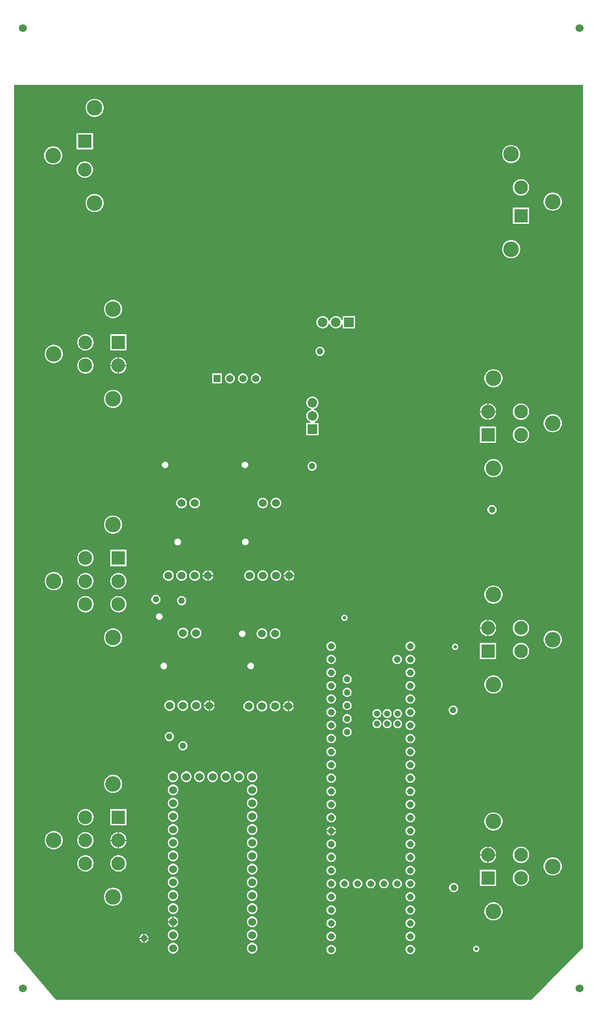
<source format=gbr>
%TF.GenerationSoftware,Altium Limited,Altium Designer,25.2.1 (25)*%
G04 Layer_Physical_Order=3*
G04 Layer_Color=16440176*
%FSLAX45Y45*%
%MOMM*%
%TF.SameCoordinates,6585156F-8495-42E5-8F81-0BAA5ABAD194*%
%TF.FilePolarity,Positive*%
%TF.FileFunction,Copper,L3,Inr,Signal*%
%TF.Part,Single*%
G01*
G75*
%TA.AperFunction,ViaPad*%
%ADD12C,1.52400*%
%TA.AperFunction,ComponentPad*%
%ADD13R,1.40000X1.40000*%
%ADD14C,1.40000*%
%ADD15R,1.85000X1.85000*%
%ADD16C,1.85000*%
%ADD17C,2.99000*%
%ADD18C,2.64000*%
%ADD19R,2.64000X2.64000*%
%ADD22C,1.30800*%
%ADD23C,1.25800*%
%ADD24C,1.20800*%
%ADD25R,1.85000X1.85000*%
%TA.AperFunction,ViaPad*%
%ADD26C,1.27000*%
%TA.AperFunction,ComponentPad*%
%ADD27C,1.53000*%
%ADD28C,1.52400*%
%TA.AperFunction,ViaPad*%
%ADD29C,0.71120*%
G36*
X13970000Y19900900D02*
Y3454400D01*
X13576300Y3060700D01*
X12979401Y2451100D01*
X3810000D01*
X3117850Y3270250D01*
X3009900Y3398007D01*
Y20066000D01*
X13970000D01*
Y19900900D01*
D02*
G37*
%LPC*%
G36*
X4576426Y19797501D02*
X4541974D01*
X4508184Y19790779D01*
X4476354Y19777594D01*
X4447708Y19758453D01*
X4423346Y19734093D01*
X4404206Y19705446D01*
X4391021Y19673616D01*
X4384300Y19639825D01*
Y19605374D01*
X4391021Y19571584D01*
X4404206Y19539754D01*
X4423346Y19511108D01*
X4447708Y19486746D01*
X4476354Y19467606D01*
X4508184Y19454422D01*
X4541974Y19447701D01*
X4576426D01*
X4610216Y19454422D01*
X4642046Y19467606D01*
X4670692Y19486746D01*
X4695054Y19511108D01*
X4714194Y19539754D01*
X4727378Y19571584D01*
X4734100Y19605374D01*
Y19639825D01*
X4727378Y19673616D01*
X4714194Y19705446D01*
X4695054Y19734093D01*
X4670692Y19758453D01*
X4642046Y19777594D01*
X4610216Y19790779D01*
X4576426Y19797501D01*
D02*
G37*
G36*
X4526600Y19137500D02*
X4211800D01*
Y18822701D01*
X4526600D01*
Y19137500D01*
D02*
G37*
G36*
X12603026Y18908501D02*
X12568574D01*
X12534784Y18901779D01*
X12502954Y18888594D01*
X12474308Y18869453D01*
X12449946Y18845091D01*
X12430806Y18816446D01*
X12417622Y18784616D01*
X12410900Y18750826D01*
Y18716374D01*
X12417622Y18682584D01*
X12430806Y18650754D01*
X12449946Y18622108D01*
X12474308Y18597746D01*
X12502954Y18578606D01*
X12534784Y18565422D01*
X12568574Y18558701D01*
X12603026D01*
X12636816Y18565422D01*
X12668646Y18578606D01*
X12697292Y18597746D01*
X12721654Y18622108D01*
X12740794Y18650754D01*
X12753979Y18682584D01*
X12760700Y18716374D01*
Y18750826D01*
X12753979Y18784616D01*
X12740794Y18816446D01*
X12721654Y18845091D01*
X12697292Y18869453D01*
X12668646Y18888594D01*
X12636816Y18901779D01*
X12603026Y18908501D01*
D02*
G37*
G36*
X3776426Y18882001D02*
X3741974D01*
X3708184Y18875278D01*
X3676354Y18862094D01*
X3647708Y18842953D01*
X3623346Y18818591D01*
X3604206Y18789946D01*
X3591022Y18758116D01*
X3584300Y18724326D01*
Y18689874D01*
X3591022Y18656084D01*
X3604206Y18624254D01*
X3623346Y18595609D01*
X3647708Y18571246D01*
X3676354Y18552106D01*
X3708184Y18538922D01*
X3741974Y18532201D01*
X3776426D01*
X3810216Y18538922D01*
X3842046Y18552106D01*
X3870692Y18571246D01*
X3895054Y18595609D01*
X3914194Y18624254D01*
X3927378Y18656084D01*
X3934100Y18689874D01*
Y18724326D01*
X3927378Y18758116D01*
X3914194Y18789946D01*
X3895054Y18818591D01*
X3870692Y18842953D01*
X3842046Y18862094D01*
X3810216Y18875278D01*
X3776426Y18882001D01*
D02*
G37*
G36*
X4384703Y18591499D02*
X4353697D01*
X4323288Y18585451D01*
X4294643Y18573586D01*
X4268863Y18556360D01*
X4246940Y18534438D01*
X4229714Y18508656D01*
X4217849Y18480013D01*
X4211800Y18449603D01*
Y18418597D01*
X4217849Y18388188D01*
X4229714Y18359543D01*
X4246940Y18333763D01*
X4268863Y18311839D01*
X4294643Y18294614D01*
X4323288Y18282748D01*
X4353697Y18276700D01*
X4384703D01*
X4415112Y18282748D01*
X4443757Y18294614D01*
X4469537Y18311839D01*
X4491460Y18333763D01*
X4508686Y18359543D01*
X4520551Y18388188D01*
X4526600Y18418597D01*
Y18449603D01*
X4520551Y18480013D01*
X4508686Y18508656D01*
X4491460Y18534438D01*
X4469537Y18556360D01*
X4443757Y18573586D01*
X4415112Y18585451D01*
X4384703Y18591499D01*
D02*
G37*
G36*
X12791303Y18248500D02*
X12760297D01*
X12729888Y18242451D01*
X12701243Y18230586D01*
X12675463Y18213361D01*
X12653540Y18191437D01*
X12636314Y18165657D01*
X12624449Y18137012D01*
X12618400Y18106602D01*
Y18075597D01*
X12624449Y18045187D01*
X12636314Y18016544D01*
X12653540Y17990762D01*
X12675463Y17968840D01*
X12701243Y17951614D01*
X12729888Y17939749D01*
X12760297Y17933701D01*
X12791303D01*
X12821712Y17939749D01*
X12850357Y17951614D01*
X12876137Y17968840D01*
X12898061Y17990762D01*
X12915286Y18016544D01*
X12927151Y18045187D01*
X12933200Y18075597D01*
Y18106602D01*
X12927151Y18137012D01*
X12915286Y18165657D01*
X12898061Y18191437D01*
X12876137Y18213361D01*
X12850357Y18230586D01*
X12821712Y18242451D01*
X12791303Y18248500D01*
D02*
G37*
G36*
X13403026Y17992999D02*
X13368575D01*
X13334784Y17986278D01*
X13302954Y17973094D01*
X13274307Y17953954D01*
X13249947Y17929591D01*
X13230806Y17900946D01*
X13217622Y17869116D01*
X13210899Y17835326D01*
Y17800874D01*
X13217622Y17767084D01*
X13230806Y17735254D01*
X13249947Y17706609D01*
X13274307Y17682246D01*
X13302954Y17663106D01*
X13334784Y17649922D01*
X13368575Y17643201D01*
X13403026D01*
X13436816Y17649922D01*
X13468646Y17663106D01*
X13497292Y17682246D01*
X13521654Y17706609D01*
X13540794Y17735254D01*
X13553978Y17767084D01*
X13560699Y17800874D01*
Y17835326D01*
X13553978Y17869116D01*
X13540794Y17900946D01*
X13521654Y17929591D01*
X13497292Y17953954D01*
X13468646Y17973094D01*
X13436816Y17986278D01*
X13403026Y17992999D01*
D02*
G37*
G36*
X4576426Y17966499D02*
X4541974D01*
X4508184Y17959778D01*
X4476354Y17946594D01*
X4447708Y17927454D01*
X4423346Y17903091D01*
X4404206Y17874446D01*
X4391021Y17842616D01*
X4384300Y17808826D01*
Y17774374D01*
X4391021Y17740584D01*
X4404206Y17708754D01*
X4423346Y17680109D01*
X4447708Y17655746D01*
X4476354Y17636606D01*
X4508184Y17623421D01*
X4541974Y17616701D01*
X4576426D01*
X4610216Y17623421D01*
X4642046Y17636606D01*
X4670692Y17655746D01*
X4695054Y17680109D01*
X4714194Y17708754D01*
X4727378Y17740584D01*
X4734100Y17774374D01*
Y17808826D01*
X4727378Y17842616D01*
X4714194Y17874446D01*
X4695054Y17903091D01*
X4670692Y17927454D01*
X4642046Y17946594D01*
X4610216Y17959778D01*
X4576426Y17966499D01*
D02*
G37*
G36*
X12933200Y17702499D02*
X12618400D01*
Y17387700D01*
X12933200D01*
Y17702499D01*
D02*
G37*
G36*
X12603026Y17077499D02*
X12568574D01*
X12534784Y17070778D01*
X12502954Y17057594D01*
X12474308Y17038454D01*
X12449946Y17014091D01*
X12430806Y16985446D01*
X12417622Y16953616D01*
X12410900Y16919826D01*
Y16885374D01*
X12417622Y16851584D01*
X12430806Y16819754D01*
X12449946Y16791109D01*
X12474308Y16766747D01*
X12502954Y16747606D01*
X12534784Y16734421D01*
X12568574Y16727699D01*
X12603026D01*
X12636816Y16734421D01*
X12668646Y16747606D01*
X12697292Y16766747D01*
X12721654Y16791109D01*
X12740794Y16819754D01*
X12753979Y16851584D01*
X12760700Y16885374D01*
Y16919826D01*
X12753979Y16953616D01*
X12740794Y16985446D01*
X12721654Y17014091D01*
X12697292Y17038454D01*
X12668646Y17057594D01*
X12636816Y17070778D01*
X12603026Y17077499D01*
D02*
G37*
G36*
X4932126Y15924300D02*
X4897674D01*
X4863884Y15917580D01*
X4832054Y15904395D01*
X4803408Y15885254D01*
X4779046Y15860892D01*
X4759906Y15832246D01*
X4746722Y15800417D01*
X4740000Y15766626D01*
Y15732175D01*
X4746722Y15698384D01*
X4759906Y15666554D01*
X4779046Y15637907D01*
X4803408Y15613547D01*
X4832054Y15594406D01*
X4863884Y15581223D01*
X4897674Y15574500D01*
X4932126D01*
X4965916Y15581223D01*
X4997746Y15594406D01*
X5026392Y15613547D01*
X5050754Y15637907D01*
X5069894Y15666554D01*
X5083078Y15698384D01*
X5089800Y15732175D01*
Y15766626D01*
X5083078Y15800417D01*
X5069894Y15832246D01*
X5050754Y15860892D01*
X5026392Y15885254D01*
X4997746Y15904395D01*
X4965916Y15917580D01*
X4932126Y15924300D01*
D02*
G37*
G36*
X9579400Y15611900D02*
X9343600D01*
Y15539735D01*
X9318200Y15536392D01*
X9317365Y15539508D01*
X9301843Y15566393D01*
X9279892Y15588342D01*
X9253008Y15603865D01*
X9223022Y15611900D01*
X9191978D01*
X9161992Y15603865D01*
X9135108Y15588342D01*
X9113157Y15566393D01*
X9097635Y15539508D01*
X9093648Y15524629D01*
X9067352D01*
X9063365Y15539508D01*
X9047843Y15566393D01*
X9025892Y15588342D01*
X8999008Y15603865D01*
X8969022Y15611900D01*
X8937978D01*
X8907992Y15603865D01*
X8881108Y15588342D01*
X8859157Y15566393D01*
X8843635Y15539508D01*
X8835600Y15509521D01*
Y15478477D01*
X8843635Y15448492D01*
X8859157Y15421608D01*
X8881108Y15399657D01*
X8907992Y15384135D01*
X8937978Y15376100D01*
X8969022D01*
X8999008Y15384135D01*
X9025892Y15399657D01*
X9047843Y15421608D01*
X9063365Y15448492D01*
X9067352Y15463371D01*
X9093648D01*
X9097635Y15448492D01*
X9113157Y15421608D01*
X9135108Y15399657D01*
X9161992Y15384135D01*
X9191978Y15376100D01*
X9223022D01*
X9253008Y15384135D01*
X9279892Y15399657D01*
X9301843Y15421608D01*
X9317365Y15448492D01*
X9318200Y15451608D01*
X9343600Y15448264D01*
Y15376100D01*
X9579400D01*
Y15611900D01*
D02*
G37*
G36*
X5174300Y15264301D02*
X4859500D01*
Y14949500D01*
X5174300D01*
Y15264301D01*
D02*
G37*
G36*
X4397403D02*
X4366397D01*
X4335988Y15258250D01*
X4307343Y15246387D01*
X4281563Y15229160D01*
X4259640Y15207237D01*
X4242414Y15181458D01*
X4230549Y15152812D01*
X4224500Y15122403D01*
Y15091397D01*
X4230549Y15060988D01*
X4242414Y15032343D01*
X4259640Y15006563D01*
X4281563Y14984641D01*
X4307343Y14967413D01*
X4335988Y14955550D01*
X4366397Y14949500D01*
X4397403D01*
X4427812Y14955550D01*
X4456457Y14967413D01*
X4482237Y14984641D01*
X4504160Y15006563D01*
X4521386Y15032343D01*
X4533251Y15060988D01*
X4539300Y15091397D01*
Y15122403D01*
X4533251Y15152812D01*
X4521386Y15181458D01*
X4504160Y15207237D01*
X4482237Y15229160D01*
X4456457Y15246387D01*
X4427812Y15258250D01*
X4397403Y15264301D01*
D02*
G37*
G36*
X8914404Y15024100D02*
X8890996D01*
X8868386Y15018042D01*
X8848114Y15006339D01*
X8831562Y14989786D01*
X8819858Y14969514D01*
X8813800Y14946904D01*
Y14923495D01*
X8819858Y14900887D01*
X8831562Y14880614D01*
X8848114Y14864062D01*
X8868386Y14852357D01*
X8890996Y14846300D01*
X8914404D01*
X8937014Y14852357D01*
X8957286Y14864062D01*
X8973838Y14880614D01*
X8985542Y14900887D01*
X8991600Y14923495D01*
Y14946904D01*
X8985542Y14969514D01*
X8973838Y14989786D01*
X8957286Y15006339D01*
X8937014Y15018042D01*
X8914404Y15024100D01*
D02*
G37*
G36*
X3789126Y15059300D02*
X3754674D01*
X3720884Y15052579D01*
X3689054Y15039394D01*
X3660408Y15020255D01*
X3636046Y14995892D01*
X3616906Y14967245D01*
X3603722Y14935416D01*
X3597000Y14901627D01*
Y14867174D01*
X3603722Y14833385D01*
X3616906Y14801553D01*
X3636046Y14772908D01*
X3660408Y14748546D01*
X3689054Y14729407D01*
X3720884Y14716222D01*
X3754674Y14709500D01*
X3789126D01*
X3822916Y14716222D01*
X3854746Y14729407D01*
X3883392Y14748546D01*
X3907754Y14772908D01*
X3926894Y14801553D01*
X3940078Y14833385D01*
X3946800Y14867174D01*
Y14901627D01*
X3940078Y14935416D01*
X3926894Y14967245D01*
X3907754Y14995892D01*
X3883392Y15020255D01*
X3854746Y15039394D01*
X3822916Y15052579D01*
X3789126Y15059300D01*
D02*
G37*
G36*
X5032403Y14819299D02*
X5029600D01*
Y14674600D01*
X5174300D01*
Y14677403D01*
X5168251Y14707812D01*
X5156386Y14736456D01*
X5139160Y14762238D01*
X5117237Y14784160D01*
X5091457Y14801385D01*
X5062812Y14813251D01*
X5032403Y14819299D01*
D02*
G37*
G36*
X5004200D02*
X5001397D01*
X4970988Y14813251D01*
X4942343Y14801385D01*
X4916563Y14784160D01*
X4894640Y14762238D01*
X4877414Y14736456D01*
X4865549Y14707812D01*
X4859500Y14677403D01*
Y14674600D01*
X5004200D01*
Y14819299D01*
D02*
G37*
G36*
X5174300Y14649200D02*
X5029600D01*
Y14504500D01*
X5032403D01*
X5062812Y14510548D01*
X5091457Y14522414D01*
X5117237Y14539639D01*
X5139160Y14561563D01*
X5156386Y14587343D01*
X5168251Y14615988D01*
X5174300Y14646397D01*
Y14649200D01*
D02*
G37*
G36*
X5004200D02*
X4859500D01*
Y14646397D01*
X4865549Y14615988D01*
X4877414Y14587343D01*
X4894640Y14561563D01*
X4916563Y14539639D01*
X4942343Y14522414D01*
X4970988Y14510548D01*
X5001397Y14504500D01*
X5004200D01*
Y14649200D01*
D02*
G37*
G36*
X4397403Y14819299D02*
X4366397D01*
X4335988Y14813251D01*
X4307343Y14801385D01*
X4281563Y14784160D01*
X4259640Y14762238D01*
X4242414Y14736456D01*
X4230549Y14707812D01*
X4224500Y14677403D01*
Y14646397D01*
X4230549Y14615988D01*
X4242414Y14587343D01*
X4259640Y14561563D01*
X4281563Y14539639D01*
X4307343Y14522414D01*
X4335988Y14510548D01*
X4366397Y14504500D01*
X4397403D01*
X4427812Y14510548D01*
X4456457Y14522414D01*
X4482237Y14539639D01*
X4504160Y14561563D01*
X4521386Y14587343D01*
X4533251Y14615988D01*
X4539300Y14646397D01*
Y14677403D01*
X4533251Y14707812D01*
X4521386Y14736456D01*
X4504160Y14762238D01*
X4482237Y14784160D01*
X4456457Y14801385D01*
X4427812Y14813251D01*
X4397403Y14819299D01*
D02*
G37*
G36*
X7679360Y14509900D02*
X7654240D01*
X7629977Y14503398D01*
X7608223Y14490839D01*
X7590461Y14473077D01*
X7577902Y14451323D01*
X7571400Y14427060D01*
Y14401939D01*
X7577902Y14377676D01*
X7590461Y14355923D01*
X7608223Y14338161D01*
X7629977Y14325603D01*
X7654240Y14319099D01*
X7679360D01*
X7703623Y14325603D01*
X7725377Y14338161D01*
X7743139Y14355923D01*
X7755698Y14377676D01*
X7762200Y14401939D01*
Y14427060D01*
X7755698Y14451323D01*
X7743139Y14473077D01*
X7725377Y14490839D01*
X7703623Y14503398D01*
X7679360Y14509900D01*
D02*
G37*
G36*
X7429360D02*
X7404240D01*
X7379977Y14503398D01*
X7358223Y14490839D01*
X7340461Y14473077D01*
X7327902Y14451323D01*
X7321400Y14427060D01*
Y14401939D01*
X7327902Y14377676D01*
X7340461Y14355923D01*
X7358223Y14338161D01*
X7379977Y14325603D01*
X7404240Y14319099D01*
X7429360D01*
X7453623Y14325603D01*
X7475377Y14338161D01*
X7493139Y14355923D01*
X7505698Y14377676D01*
X7512200Y14401939D01*
Y14427060D01*
X7505698Y14451323D01*
X7493139Y14473077D01*
X7475377Y14490839D01*
X7453623Y14503398D01*
X7429360Y14509900D01*
D02*
G37*
G36*
X7179360D02*
X7154240D01*
X7129977Y14503398D01*
X7108223Y14490839D01*
X7090461Y14473077D01*
X7077902Y14451323D01*
X7071400Y14427060D01*
Y14401939D01*
X7077902Y14377676D01*
X7090461Y14355923D01*
X7108223Y14338161D01*
X7129977Y14325603D01*
X7154240Y14319099D01*
X7179360D01*
X7203623Y14325603D01*
X7225377Y14338161D01*
X7243139Y14355923D01*
X7255698Y14377676D01*
X7262200Y14401939D01*
Y14427060D01*
X7255698Y14451323D01*
X7243139Y14473077D01*
X7225377Y14490839D01*
X7203623Y14503398D01*
X7179360Y14509900D01*
D02*
G37*
G36*
X7012200D02*
X6821400D01*
Y14319099D01*
X7012200D01*
Y14509900D01*
D02*
G37*
G36*
X12260026Y14590800D02*
X12225574D01*
X12191784Y14584079D01*
X12159954Y14570894D01*
X12131308Y14551755D01*
X12106946Y14527393D01*
X12087806Y14498746D01*
X12074622Y14466916D01*
X12067900Y14433125D01*
Y14398674D01*
X12074622Y14364883D01*
X12087806Y14333054D01*
X12106946Y14304408D01*
X12131308Y14280046D01*
X12159954Y14260905D01*
X12191784Y14247722D01*
X12225574Y14241000D01*
X12260026D01*
X12293816Y14247722D01*
X12325646Y14260905D01*
X12354292Y14280046D01*
X12378654Y14304408D01*
X12397794Y14333054D01*
X12410978Y14364883D01*
X12417700Y14398674D01*
Y14433125D01*
X12410978Y14466916D01*
X12397794Y14498746D01*
X12378654Y14527393D01*
X12354292Y14551755D01*
X12325646Y14570894D01*
X12293816Y14584079D01*
X12260026Y14590800D01*
D02*
G37*
G36*
X4932126Y14194299D02*
X4897674D01*
X4863884Y14187578D01*
X4832054Y14174394D01*
X4803408Y14155254D01*
X4779046Y14130891D01*
X4759906Y14102246D01*
X4746722Y14070416D01*
X4740000Y14036626D01*
Y14002174D01*
X4746722Y13968384D01*
X4759906Y13936554D01*
X4779046Y13907909D01*
X4803408Y13883546D01*
X4832054Y13864406D01*
X4863884Y13851221D01*
X4897674Y13844501D01*
X4932126D01*
X4965916Y13851221D01*
X4997746Y13864406D01*
X5026392Y13883546D01*
X5050754Y13907909D01*
X5069894Y13936554D01*
X5083078Y13968384D01*
X5089800Y14002174D01*
Y14036626D01*
X5083078Y14070416D01*
X5069894Y14102246D01*
X5050754Y14130891D01*
X5026392Y14155254D01*
X4997746Y14174394D01*
X4965916Y14187578D01*
X4932126Y14194299D01*
D02*
G37*
G36*
X12156303Y13930800D02*
X12153499D01*
Y13786099D01*
X12298200D01*
Y13788902D01*
X12292151Y13819312D01*
X12280286Y13847957D01*
X12263060Y13873737D01*
X12241137Y13895660D01*
X12215357Y13912886D01*
X12186712Y13924751D01*
X12156303Y13930800D01*
D02*
G37*
G36*
X12128099D02*
X12125297D01*
X12094888Y13924751D01*
X12066243Y13912886D01*
X12040463Y13895660D01*
X12018540Y13873737D01*
X12001314Y13847957D01*
X11989449Y13819312D01*
X11983400Y13788902D01*
Y13786099D01*
X12128099D01*
Y13930800D01*
D02*
G37*
G36*
X12140799Y13773399D02*
D01*
D01*
D01*
D02*
G37*
G36*
X12791303Y13930800D02*
X12760297D01*
X12729888Y13924751D01*
X12701243Y13912886D01*
X12675463Y13895660D01*
X12653540Y13873737D01*
X12636314Y13847957D01*
X12624449Y13819312D01*
X12618400Y13788902D01*
Y13757896D01*
X12624449Y13727489D01*
X12636314Y13698843D01*
X12653540Y13673064D01*
X12675463Y13651140D01*
X12701243Y13633914D01*
X12729888Y13622049D01*
X12760297Y13616000D01*
X12791303D01*
X12821712Y13622049D01*
X12850357Y13633914D01*
X12876137Y13651140D01*
X12898061Y13673064D01*
X12915286Y13698843D01*
X12927151Y13727489D01*
X12933200Y13757896D01*
Y13788902D01*
X12927151Y13819312D01*
X12915286Y13847957D01*
X12898061Y13873737D01*
X12876137Y13895660D01*
X12850357Y13912886D01*
X12821712Y13924751D01*
X12791303Y13930800D01*
D02*
G37*
G36*
X12298200Y13760699D02*
X12153499D01*
Y13616000D01*
X12156303D01*
X12186712Y13622049D01*
X12215357Y13633914D01*
X12241137Y13651140D01*
X12263060Y13673064D01*
X12280286Y13698843D01*
X12292151Y13727489D01*
X12298200Y13757896D01*
Y13760699D01*
D02*
G37*
G36*
X12128099D02*
X11983400D01*
Y13757896D01*
X11989449Y13727489D01*
X12001314Y13698843D01*
X12018540Y13673064D01*
X12040463Y13651140D01*
X12066243Y13633914D01*
X12094888Y13622049D01*
X12125297Y13616000D01*
X12128099D01*
Y13760699D01*
D02*
G37*
G36*
X13403026Y13725800D02*
X13368575D01*
X13334784Y13719078D01*
X13302954Y13705894D01*
X13274307Y13686754D01*
X13249947Y13662392D01*
X13230806Y13633746D01*
X13217622Y13601917D01*
X13210899Y13568126D01*
Y13533675D01*
X13217622Y13499884D01*
X13230806Y13468054D01*
X13249947Y13439407D01*
X13274307Y13415047D01*
X13302954Y13395906D01*
X13334784Y13382722D01*
X13368575Y13375999D01*
X13403026D01*
X13436816Y13382722D01*
X13468646Y13395906D01*
X13497292Y13415047D01*
X13521654Y13439407D01*
X13540794Y13468054D01*
X13553978Y13499884D01*
X13560699Y13533675D01*
Y13568126D01*
X13553978Y13601917D01*
X13540794Y13633746D01*
X13521654Y13662392D01*
X13497292Y13686754D01*
X13468646Y13705894D01*
X13436816Y13719078D01*
X13403026Y13725800D01*
D02*
G37*
G36*
X8772822Y14062500D02*
X8741778D01*
X8711792Y14054465D01*
X8684908Y14038943D01*
X8662957Y14016992D01*
X8647435Y13990108D01*
X8639400Y13960123D01*
Y13929079D01*
X8647435Y13899092D01*
X8662957Y13872208D01*
X8684908Y13850256D01*
X8711792Y13834735D01*
X8726671Y13830748D01*
Y13804453D01*
X8711792Y13800465D01*
X8684908Y13784943D01*
X8662957Y13762991D01*
X8647435Y13736108D01*
X8639400Y13706122D01*
Y13675078D01*
X8647435Y13645091D01*
X8662957Y13618208D01*
X8684908Y13596257D01*
X8711792Y13580734D01*
X8714908Y13579900D01*
X8711564Y13554500D01*
X8639400D01*
Y13318700D01*
X8875200D01*
Y13554500D01*
X8803036D01*
X8799692Y13579900D01*
X8802808Y13580734D01*
X8829692Y13596257D01*
X8851643Y13618208D01*
X8867165Y13645091D01*
X8875200Y13675078D01*
Y13706122D01*
X8867165Y13736108D01*
X8851643Y13762991D01*
X8829692Y13784943D01*
X8802808Y13800465D01*
X8787929Y13804453D01*
Y13830748D01*
X8802808Y13834735D01*
X8829692Y13850256D01*
X8851643Y13872208D01*
X8867165Y13899092D01*
X8875200Y13929079D01*
Y13960123D01*
X8867165Y13990108D01*
X8851643Y14016992D01*
X8829692Y14038943D01*
X8802808Y14054465D01*
X8772822Y14062500D01*
D02*
G37*
G36*
X12791303Y13485800D02*
X12760297D01*
X12729888Y13479752D01*
X12701243Y13467886D01*
X12675463Y13450661D01*
X12653540Y13428737D01*
X12636314Y13402957D01*
X12624449Y13374312D01*
X12618400Y13343903D01*
Y13312897D01*
X12624449Y13282487D01*
X12636314Y13253844D01*
X12653540Y13228062D01*
X12675463Y13206140D01*
X12701243Y13188914D01*
X12729888Y13177049D01*
X12760297Y13171001D01*
X12791303D01*
X12821712Y13177049D01*
X12850357Y13188914D01*
X12876137Y13206140D01*
X12898061Y13228062D01*
X12915286Y13253844D01*
X12927151Y13282487D01*
X12933200Y13312897D01*
Y13343903D01*
X12927151Y13374312D01*
X12915286Y13402957D01*
X12898061Y13428737D01*
X12876137Y13450661D01*
X12850357Y13467886D01*
X12821712Y13479752D01*
X12791303Y13485800D01*
D02*
G37*
G36*
X12298200D02*
X11983400D01*
Y13171001D01*
X12298200D01*
Y13485800D01*
D02*
G37*
G36*
X7467531Y12814301D02*
X7442269D01*
X7418930Y12804633D01*
X7401067Y12786770D01*
X7391400Y12763431D01*
Y12738169D01*
X7401067Y12714830D01*
X7418930Y12696967D01*
X7442269Y12687300D01*
X7467531D01*
X7490870Y12696967D01*
X7508733Y12714830D01*
X7518400Y12738169D01*
Y12763431D01*
X7508733Y12786770D01*
X7490870Y12804633D01*
X7467531Y12814301D01*
D02*
G37*
G36*
X5930831D02*
X5905569D01*
X5882230Y12804633D01*
X5864367Y12786770D01*
X5854700Y12763431D01*
Y12738169D01*
X5864367Y12714830D01*
X5882230Y12696967D01*
X5905569Y12687300D01*
X5930831D01*
X5954170Y12696967D01*
X5972033Y12714830D01*
X5981700Y12738169D01*
Y12763431D01*
X5972033Y12786770D01*
X5954170Y12804633D01*
X5930831Y12814301D01*
D02*
G37*
G36*
X8762004D02*
X8738596D01*
X8715986Y12808241D01*
X8695714Y12796538D01*
X8679162Y12779986D01*
X8667458Y12759714D01*
X8661400Y12737104D01*
Y12713696D01*
X8667458Y12691086D01*
X8679162Y12670814D01*
X8695714Y12654262D01*
X8715986Y12642558D01*
X8738596Y12636500D01*
X8762004D01*
X8784614Y12642558D01*
X8804886Y12654262D01*
X8821438Y12670814D01*
X8833142Y12691086D01*
X8839200Y12713696D01*
Y12737104D01*
X8833142Y12759714D01*
X8821438Y12779986D01*
X8804886Y12796538D01*
X8784614Y12808241D01*
X8762004Y12814301D01*
D02*
G37*
G36*
X12260026Y12860800D02*
X12225574D01*
X12191784Y12854079D01*
X12159954Y12840894D01*
X12131308Y12821754D01*
X12106946Y12797392D01*
X12087806Y12768746D01*
X12074622Y12736916D01*
X12067900Y12703126D01*
Y12668674D01*
X12074622Y12634884D01*
X12087806Y12603054D01*
X12106946Y12574408D01*
X12131308Y12550046D01*
X12159954Y12530906D01*
X12191784Y12517721D01*
X12225574Y12511000D01*
X12260026D01*
X12293816Y12517721D01*
X12325646Y12530906D01*
X12354292Y12550046D01*
X12378654Y12574408D01*
X12397794Y12603054D01*
X12410978Y12634884D01*
X12417700Y12668674D01*
Y12703126D01*
X12410978Y12736916D01*
X12397794Y12768746D01*
X12378654Y12797392D01*
X12354292Y12821754D01*
X12325646Y12840894D01*
X12293816Y12854079D01*
X12260026Y12860800D01*
D02*
G37*
G36*
X8065176Y12115800D02*
X8038424D01*
X8012584Y12108876D01*
X7989416Y12095500D01*
X7970500Y12076584D01*
X7957124Y12053416D01*
X7950200Y12027576D01*
Y12000824D01*
X7957124Y11974984D01*
X7970500Y11951816D01*
X7989416Y11932900D01*
X8012584Y11919524D01*
X8038424Y11912600D01*
X8065176D01*
X8091016Y11919524D01*
X8114184Y11932900D01*
X8133100Y11951816D01*
X8146476Y11974984D01*
X8153400Y12000824D01*
Y12027576D01*
X8146476Y12053416D01*
X8133100Y12076584D01*
X8114184Y12095500D01*
X8091016Y12108876D01*
X8065176Y12115800D01*
D02*
G37*
G36*
X7811176D02*
X7784424D01*
X7758584Y12108876D01*
X7735416Y12095500D01*
X7716500Y12076584D01*
X7703124Y12053416D01*
X7696200Y12027576D01*
Y12000824D01*
X7703124Y11974984D01*
X7716500Y11951816D01*
X7735416Y11932900D01*
X7758584Y11919524D01*
X7784424Y11912600D01*
X7811176D01*
X7837016Y11919524D01*
X7860184Y11932900D01*
X7879100Y11951816D01*
X7892476Y11974984D01*
X7899400Y12000824D01*
Y12027576D01*
X7892476Y12053416D01*
X7879100Y12076584D01*
X7860184Y12095500D01*
X7837016Y12108876D01*
X7811176Y12115800D01*
D02*
G37*
G36*
X6503076D02*
X6476324D01*
X6450484Y12108876D01*
X6427316Y12095500D01*
X6408400Y12076584D01*
X6395024Y12053416D01*
X6388100Y12027576D01*
Y12000824D01*
X6395024Y11974984D01*
X6408400Y11951816D01*
X6427316Y11932900D01*
X6450484Y11919524D01*
X6476324Y11912600D01*
X6503076D01*
X6528916Y11919524D01*
X6552084Y11932900D01*
X6571000Y11951816D01*
X6584376Y11974984D01*
X6591300Y12000824D01*
Y12027576D01*
X6584376Y12053416D01*
X6571000Y12076584D01*
X6552084Y12095500D01*
X6528916Y12108876D01*
X6503076Y12115800D01*
D02*
G37*
G36*
X6249076D02*
X6222324D01*
X6196484Y12108876D01*
X6173316Y12095500D01*
X6154400Y12076584D01*
X6141024Y12053416D01*
X6134100Y12027576D01*
Y12000824D01*
X6141024Y11974984D01*
X6154400Y11951816D01*
X6173316Y11932900D01*
X6196484Y11919524D01*
X6222324Y11912600D01*
X6249076D01*
X6274916Y11919524D01*
X6298084Y11932900D01*
X6317000Y11951816D01*
X6330376Y11974984D01*
X6337300Y12000824D01*
Y12027576D01*
X6330376Y12053416D01*
X6317000Y12076584D01*
X6298084Y12095500D01*
X6274916Y12108876D01*
X6249076Y12115800D01*
D02*
G37*
G36*
X12229104Y11976100D02*
X12205696D01*
X12183086Y11970042D01*
X12162814Y11958338D01*
X12146262Y11941786D01*
X12134558Y11921514D01*
X12128500Y11898904D01*
Y11875496D01*
X12134558Y11852886D01*
X12146262Y11832614D01*
X12162814Y11816062D01*
X12183086Y11804358D01*
X12205696Y11798300D01*
X12229104D01*
X12251714Y11804358D01*
X12271986Y11816062D01*
X12288538Y11832614D01*
X12300242Y11852886D01*
X12306300Y11875496D01*
Y11898904D01*
X12300242Y11921514D01*
X12288538Y11941786D01*
X12271986Y11958338D01*
X12251714Y11970042D01*
X12229104Y11976100D01*
D02*
G37*
G36*
X4932126Y11772300D02*
X4897674D01*
X4863884Y11765579D01*
X4832054Y11752395D01*
X4803408Y11733254D01*
X4779046Y11708893D01*
X4759906Y11680246D01*
X4746722Y11648417D01*
X4740000Y11614626D01*
Y11580174D01*
X4746722Y11546384D01*
X4759906Y11514554D01*
X4779046Y11485908D01*
X4803408Y11461547D01*
X4832054Y11442406D01*
X4863884Y11429222D01*
X4897674Y11422500D01*
X4932126D01*
X4965916Y11429222D01*
X4997746Y11442406D01*
X5026392Y11461547D01*
X5050754Y11485908D01*
X5069894Y11514554D01*
X5083078Y11546384D01*
X5089800Y11580174D01*
Y11614626D01*
X5083078Y11648417D01*
X5069894Y11680246D01*
X5050754Y11708893D01*
X5026392Y11733254D01*
X4997746Y11752395D01*
X4965916Y11765579D01*
X4932126Y11772300D01*
D02*
G37*
G36*
X7473881Y11328400D02*
X7448619D01*
X7425280Y11318733D01*
X7407417Y11300870D01*
X7397750Y11277531D01*
Y11252269D01*
X7407417Y11228930D01*
X7425280Y11211067D01*
X7448619Y11201400D01*
X7473881D01*
X7497220Y11211067D01*
X7515083Y11228930D01*
X7524750Y11252269D01*
Y11277531D01*
X7515083Y11300870D01*
X7497220Y11318733D01*
X7473881Y11328400D01*
D02*
G37*
G36*
X6172131D02*
X6146869D01*
X6123530Y11318733D01*
X6105667Y11300870D01*
X6096000Y11277531D01*
Y11252269D01*
X6105667Y11228930D01*
X6123530Y11211067D01*
X6146869Y11201400D01*
X6172131D01*
X6195470Y11211067D01*
X6213333Y11228930D01*
X6223000Y11252269D01*
Y11277531D01*
X6213333Y11300870D01*
X6195470Y11318733D01*
X6172131Y11328400D01*
D02*
G37*
G36*
X5174300Y11112800D02*
X4859500D01*
Y10798000D01*
X5174300D01*
Y11112800D01*
D02*
G37*
G36*
X4397403D02*
X4366397D01*
X4335988Y11106751D01*
X4307343Y11094886D01*
X4281563Y11077661D01*
X4259640Y11055737D01*
X4242414Y11029957D01*
X4230549Y11001312D01*
X4224500Y10970903D01*
Y10939898D01*
X4230549Y10909488D01*
X4242414Y10880843D01*
X4259640Y10855064D01*
X4281563Y10833140D01*
X4307343Y10815914D01*
X4335988Y10804049D01*
X4366397Y10798000D01*
X4397403D01*
X4427812Y10804049D01*
X4456457Y10815914D01*
X4482237Y10833140D01*
X4504160Y10855064D01*
X4521386Y10880843D01*
X4533251Y10909488D01*
X4539300Y10939898D01*
Y10970903D01*
X4533251Y11001312D01*
X4521386Y11029957D01*
X4504160Y11055737D01*
X4482237Y11077661D01*
X4456457Y11094886D01*
X4427812Y11106751D01*
X4397403Y11112800D01*
D02*
G37*
G36*
X8319176Y10718800D02*
X8318500D01*
Y10629900D01*
X8407400D01*
Y10630576D01*
X8400476Y10656416D01*
X8387100Y10679584D01*
X8368184Y10698500D01*
X8345016Y10711876D01*
X8319176Y10718800D01*
D02*
G37*
G36*
X6757076D02*
X6756400D01*
Y10629900D01*
X6845300D01*
Y10630576D01*
X6838376Y10656416D01*
X6825000Y10679584D01*
X6806084Y10698500D01*
X6782916Y10711876D01*
X6757076Y10718800D01*
D02*
G37*
G36*
X8293100D02*
X8292424D01*
X8266584Y10711876D01*
X8243416Y10698500D01*
X8224500Y10679584D01*
X8211124Y10656416D01*
X8204200Y10630576D01*
Y10629900D01*
X8293100D01*
Y10718800D01*
D02*
G37*
G36*
X6731000D02*
X6730324D01*
X6704484Y10711876D01*
X6681316Y10698500D01*
X6662400Y10679584D01*
X6649024Y10656416D01*
X6642100Y10630576D01*
Y10629900D01*
X6731000D01*
Y10718800D01*
D02*
G37*
G36*
X8407400Y10604500D02*
X8318500D01*
Y10515600D01*
X8319176D01*
X8345016Y10522524D01*
X8368184Y10535900D01*
X8387100Y10554816D01*
X8400476Y10577984D01*
X8407400Y10603824D01*
Y10604500D01*
D02*
G37*
G36*
X8293100D02*
X8204200D01*
Y10603824D01*
X8211124Y10577984D01*
X8224500Y10554816D01*
X8243416Y10535900D01*
X8266584Y10522524D01*
X8292424Y10515600D01*
X8293100D01*
Y10604500D01*
D02*
G37*
G36*
X8065176Y10718800D02*
X8038424D01*
X8012584Y10711876D01*
X7989416Y10698500D01*
X7970500Y10679584D01*
X7957124Y10656416D01*
X7950200Y10630576D01*
Y10603824D01*
X7957124Y10577984D01*
X7970500Y10554816D01*
X7989416Y10535900D01*
X8012584Y10522524D01*
X8038424Y10515600D01*
X8065176D01*
X8091016Y10522524D01*
X8114184Y10535900D01*
X8133100Y10554816D01*
X8146476Y10577984D01*
X8153400Y10603824D01*
Y10630576D01*
X8146476Y10656416D01*
X8133100Y10679584D01*
X8114184Y10698500D01*
X8091016Y10711876D01*
X8065176Y10718800D01*
D02*
G37*
G36*
X7811176D02*
X7784424D01*
X7758584Y10711876D01*
X7735416Y10698500D01*
X7716500Y10679584D01*
X7703124Y10656416D01*
X7696200Y10630576D01*
Y10603824D01*
X7703124Y10577984D01*
X7716500Y10554816D01*
X7735416Y10535900D01*
X7758584Y10522524D01*
X7784424Y10515600D01*
X7811176D01*
X7837016Y10522524D01*
X7860184Y10535900D01*
X7879100Y10554816D01*
X7892476Y10577984D01*
X7899400Y10603824D01*
Y10630576D01*
X7892476Y10656416D01*
X7879100Y10679584D01*
X7860184Y10698500D01*
X7837016Y10711876D01*
X7811176Y10718800D01*
D02*
G37*
G36*
X7557176D02*
X7530424D01*
X7504584Y10711876D01*
X7481416Y10698500D01*
X7462500Y10679584D01*
X7449124Y10656416D01*
X7442200Y10630576D01*
Y10603824D01*
X7449124Y10577984D01*
X7462500Y10554816D01*
X7481416Y10535900D01*
X7504584Y10522524D01*
X7530424Y10515600D01*
X7557176D01*
X7583016Y10522524D01*
X7606184Y10535900D01*
X7625100Y10554816D01*
X7638476Y10577984D01*
X7645400Y10603824D01*
Y10630576D01*
X7638476Y10656416D01*
X7625100Y10679584D01*
X7606184Y10698500D01*
X7583016Y10711876D01*
X7557176Y10718800D01*
D02*
G37*
G36*
X6845300Y10604500D02*
X6756400D01*
Y10515600D01*
X6757076D01*
X6782916Y10522524D01*
X6806084Y10535900D01*
X6825000Y10554816D01*
X6838376Y10577984D01*
X6845300Y10603824D01*
Y10604500D01*
D02*
G37*
G36*
X6731000D02*
X6642100D01*
Y10603824D01*
X6649024Y10577984D01*
X6662400Y10554816D01*
X6681316Y10535900D01*
X6704484Y10522524D01*
X6730324Y10515600D01*
X6731000D01*
Y10604500D01*
D02*
G37*
G36*
X6503076Y10718800D02*
X6476324D01*
X6450484Y10711876D01*
X6427316Y10698500D01*
X6408400Y10679584D01*
X6395024Y10656416D01*
X6388100Y10630576D01*
Y10603824D01*
X6395024Y10577984D01*
X6408400Y10554816D01*
X6427316Y10535900D01*
X6450484Y10522524D01*
X6476324Y10515600D01*
X6503076D01*
X6528916Y10522524D01*
X6552084Y10535900D01*
X6571000Y10554816D01*
X6584376Y10577984D01*
X6591300Y10603824D01*
Y10630576D01*
X6584376Y10656416D01*
X6571000Y10679584D01*
X6552084Y10698500D01*
X6528916Y10711876D01*
X6503076Y10718800D01*
D02*
G37*
G36*
X6249076D02*
X6222324D01*
X6196484Y10711876D01*
X6173316Y10698500D01*
X6154400Y10679584D01*
X6141024Y10656416D01*
X6134100Y10630576D01*
Y10603824D01*
X6141024Y10577984D01*
X6154400Y10554816D01*
X6173316Y10535900D01*
X6196484Y10522524D01*
X6222324Y10515600D01*
X6249076D01*
X6274916Y10522524D01*
X6298084Y10535900D01*
X6317000Y10554816D01*
X6330376Y10577984D01*
X6337300Y10603824D01*
Y10630576D01*
X6330376Y10656416D01*
X6317000Y10679584D01*
X6298084Y10698500D01*
X6274916Y10711876D01*
X6249076Y10718800D01*
D02*
G37*
G36*
X5995076D02*
X5968324D01*
X5942484Y10711876D01*
X5919316Y10698500D01*
X5900400Y10679584D01*
X5887024Y10656416D01*
X5880100Y10630576D01*
Y10603824D01*
X5887024Y10577984D01*
X5900400Y10554816D01*
X5919316Y10535900D01*
X5942484Y10522524D01*
X5968324Y10515600D01*
X5995076D01*
X6020916Y10522524D01*
X6044084Y10535900D01*
X6063000Y10554816D01*
X6076376Y10577984D01*
X6083300Y10603824D01*
Y10630576D01*
X6076376Y10656416D01*
X6063000Y10679584D01*
X6044084Y10698500D01*
X6020916Y10711876D01*
X5995076Y10718800D01*
D02*
G37*
G36*
X5032403Y10667800D02*
X5001397D01*
X4970988Y10661751D01*
X4942343Y10649886D01*
X4916563Y10632660D01*
X4894640Y10610737D01*
X4877414Y10584957D01*
X4865549Y10556312D01*
X4859500Y10525903D01*
Y10494897D01*
X4865549Y10464488D01*
X4877414Y10435843D01*
X4894640Y10410064D01*
X4916563Y10388140D01*
X4942343Y10370914D01*
X4970988Y10359049D01*
X5001397Y10353000D01*
X5032403D01*
X5062812Y10359049D01*
X5091457Y10370914D01*
X5117237Y10388140D01*
X5139160Y10410064D01*
X5156386Y10435843D01*
X5168251Y10464488D01*
X5174300Y10494897D01*
Y10525903D01*
X5168251Y10556312D01*
X5156386Y10584957D01*
X5139160Y10610737D01*
X5117237Y10632660D01*
X5091457Y10649886D01*
X5062812Y10661751D01*
X5032403Y10667800D01*
D02*
G37*
G36*
X4397403D02*
X4366397D01*
X4335988Y10661751D01*
X4307343Y10649886D01*
X4281563Y10632660D01*
X4259640Y10610737D01*
X4242414Y10584957D01*
X4230549Y10556312D01*
X4224500Y10525903D01*
Y10494897D01*
X4230549Y10464488D01*
X4242414Y10435843D01*
X4259640Y10410064D01*
X4281563Y10388140D01*
X4307343Y10370914D01*
X4335988Y10359049D01*
X4366397Y10353000D01*
X4397403D01*
X4427812Y10359049D01*
X4456457Y10370914D01*
X4482237Y10388140D01*
X4504160Y10410064D01*
X4521386Y10435843D01*
X4533251Y10464488D01*
X4539300Y10494897D01*
Y10525903D01*
X4533251Y10556312D01*
X4521386Y10584957D01*
X4504160Y10610737D01*
X4482237Y10632660D01*
X4456457Y10649886D01*
X4427812Y10661751D01*
X4397403Y10667800D01*
D02*
G37*
G36*
X3789126Y10685300D02*
X3754674D01*
X3720884Y10678579D01*
X3689054Y10665394D01*
X3660408Y10646254D01*
X3636046Y10621892D01*
X3616906Y10593246D01*
X3603722Y10561417D01*
X3597000Y10527626D01*
Y10493174D01*
X3603722Y10459384D01*
X3616906Y10427554D01*
X3636046Y10398908D01*
X3660408Y10374546D01*
X3689054Y10355406D01*
X3720884Y10342222D01*
X3754674Y10335500D01*
X3789126D01*
X3822916Y10342222D01*
X3854746Y10355406D01*
X3883392Y10374546D01*
X3907754Y10398908D01*
X3926894Y10427554D01*
X3940078Y10459384D01*
X3946800Y10493174D01*
Y10527626D01*
X3940078Y10561417D01*
X3926894Y10593246D01*
X3907754Y10621892D01*
X3883392Y10646254D01*
X3854746Y10665394D01*
X3822916Y10678579D01*
X3789126Y10685300D01*
D02*
G37*
G36*
X12260026Y10425200D02*
X12225574D01*
X12191784Y10418479D01*
X12159954Y10405294D01*
X12131308Y10386154D01*
X12106946Y10361792D01*
X12087806Y10333146D01*
X12074622Y10301316D01*
X12067900Y10267526D01*
Y10233074D01*
X12074622Y10199284D01*
X12087806Y10167454D01*
X12106946Y10138808D01*
X12131308Y10114446D01*
X12159954Y10095306D01*
X12191784Y10082122D01*
X12225574Y10075400D01*
X12260026D01*
X12293816Y10082122D01*
X12325646Y10095306D01*
X12354292Y10114446D01*
X12378654Y10138808D01*
X12397794Y10167454D01*
X12410978Y10199284D01*
X12417700Y10233074D01*
Y10267526D01*
X12410978Y10301316D01*
X12397794Y10333146D01*
X12378654Y10361792D01*
X12354292Y10386154D01*
X12325646Y10405294D01*
X12293816Y10418479D01*
X12260026Y10425200D01*
D02*
G37*
G36*
X5752104Y10248900D02*
X5728696D01*
X5706086Y10242842D01*
X5685814Y10231138D01*
X5669262Y10214586D01*
X5657558Y10194314D01*
X5651500Y10171704D01*
Y10148296D01*
X5657558Y10125686D01*
X5669262Y10105414D01*
X5685814Y10088862D01*
X5706086Y10077158D01*
X5728696Y10071100D01*
X5752104D01*
X5774714Y10077158D01*
X5794986Y10088862D01*
X5811538Y10105414D01*
X5823242Y10125686D01*
X5829300Y10148296D01*
Y10171704D01*
X5823242Y10194314D01*
X5811538Y10214586D01*
X5794986Y10231138D01*
X5774714Y10242842D01*
X5752104Y10248900D01*
D02*
G37*
G36*
X6247404Y10223500D02*
X6223996D01*
X6201386Y10217442D01*
X6181114Y10205738D01*
X6164562Y10189186D01*
X6152858Y10168914D01*
X6146800Y10146304D01*
Y10122896D01*
X6152858Y10100286D01*
X6164562Y10080014D01*
X6181114Y10063462D01*
X6201386Y10051758D01*
X6223996Y10045700D01*
X6247404D01*
X6270014Y10051758D01*
X6290286Y10063462D01*
X6306838Y10080014D01*
X6318542Y10100286D01*
X6324600Y10122896D01*
Y10146304D01*
X6318542Y10168914D01*
X6306838Y10189186D01*
X6290286Y10205738D01*
X6270014Y10217442D01*
X6247404Y10223500D01*
D02*
G37*
G36*
X5032403Y10222800D02*
X5001397D01*
X4970988Y10216751D01*
X4942343Y10204886D01*
X4916563Y10187660D01*
X4894640Y10165737D01*
X4877414Y10139957D01*
X4865549Y10111312D01*
X4859500Y10080903D01*
Y10049897D01*
X4865549Y10019488D01*
X4877414Y9990843D01*
X4894640Y9965063D01*
X4916563Y9943140D01*
X4942343Y9925914D01*
X4970988Y9914049D01*
X5001397Y9908000D01*
X5032403D01*
X5062812Y9914049D01*
X5091457Y9925914D01*
X5117237Y9943140D01*
X5139160Y9965063D01*
X5156386Y9990843D01*
X5168251Y10019488D01*
X5174300Y10049897D01*
Y10080903D01*
X5168251Y10111312D01*
X5156386Y10139957D01*
X5139160Y10165737D01*
X5117237Y10187660D01*
X5091457Y10204886D01*
X5062812Y10216751D01*
X5032403Y10222800D01*
D02*
G37*
G36*
X4397403D02*
X4366397D01*
X4335988Y10216751D01*
X4307343Y10204886D01*
X4281563Y10187660D01*
X4259640Y10165737D01*
X4242414Y10139957D01*
X4230549Y10111312D01*
X4224500Y10080903D01*
Y10049897D01*
X4230549Y10019488D01*
X4242414Y9990843D01*
X4259640Y9965063D01*
X4281563Y9943140D01*
X4307343Y9925914D01*
X4335988Y9914049D01*
X4366397Y9908000D01*
X4397403D01*
X4427812Y9914049D01*
X4456457Y9925914D01*
X4482237Y9943140D01*
X4504160Y9965063D01*
X4521386Y9990843D01*
X4533251Y10019488D01*
X4539300Y10049897D01*
Y10080903D01*
X4533251Y10111312D01*
X4521386Y10139957D01*
X4504160Y10165737D01*
X4482237Y10187660D01*
X4456457Y10204886D01*
X4427812Y10216751D01*
X4397403Y10222800D01*
D02*
G37*
G36*
X5816531Y9893300D02*
X5791269D01*
X5767930Y9883633D01*
X5750067Y9865770D01*
X5740400Y9842431D01*
Y9817169D01*
X5750067Y9793830D01*
X5767930Y9775967D01*
X5791269Y9766300D01*
X5816531D01*
X5839870Y9775967D01*
X5857733Y9793830D01*
X5867400Y9817169D01*
Y9842431D01*
X5857733Y9865770D01*
X5839870Y9883633D01*
X5816531Y9893300D01*
D02*
G37*
G36*
X9384726Y9865360D02*
X9360474D01*
X9338069Y9856079D01*
X9320921Y9838931D01*
X9311640Y9816526D01*
Y9792274D01*
X9320921Y9769869D01*
X9338069Y9752721D01*
X9360474Y9743440D01*
X9384726D01*
X9407131Y9752721D01*
X9424279Y9769869D01*
X9433560Y9792274D01*
Y9816526D01*
X9424279Y9838931D01*
X9407131Y9856079D01*
X9384726Y9865360D01*
D02*
G37*
G36*
X12156303Y9765200D02*
X12153499D01*
Y9620500D01*
X12298200D01*
Y9623303D01*
X12292151Y9653712D01*
X12280286Y9682357D01*
X12263060Y9708137D01*
X12241137Y9730060D01*
X12215357Y9747286D01*
X12186712Y9759151D01*
X12156303Y9765200D01*
D02*
G37*
G36*
X12128099D02*
X12125297D01*
X12094888Y9759151D01*
X12066243Y9747286D01*
X12040463Y9730060D01*
X12018540Y9708137D01*
X12001314Y9682357D01*
X11989449Y9653712D01*
X11983400Y9623303D01*
Y9620500D01*
X12128099D01*
Y9765200D01*
D02*
G37*
G36*
X12140799Y9607800D02*
D01*
D01*
D01*
D02*
G37*
G36*
X12791303Y9765200D02*
X12760297D01*
X12729888Y9759151D01*
X12701243Y9747286D01*
X12675463Y9730060D01*
X12653540Y9708137D01*
X12636314Y9682357D01*
X12624449Y9653712D01*
X12618400Y9623303D01*
Y9592297D01*
X12624449Y9561888D01*
X12636314Y9533243D01*
X12653540Y9507463D01*
X12675463Y9485540D01*
X12701243Y9468314D01*
X12729888Y9456449D01*
X12760297Y9450400D01*
X12791303D01*
X12821712Y9456449D01*
X12850357Y9468314D01*
X12876137Y9485540D01*
X12898061Y9507463D01*
X12915286Y9533243D01*
X12927151Y9561888D01*
X12933200Y9592297D01*
Y9623303D01*
X12927151Y9653712D01*
X12915286Y9682357D01*
X12898061Y9708137D01*
X12876137Y9730060D01*
X12850357Y9747286D01*
X12821712Y9759151D01*
X12791303Y9765200D01*
D02*
G37*
G36*
X12298200Y9595100D02*
X12153499D01*
Y9450400D01*
X12156303D01*
X12186712Y9456449D01*
X12215357Y9468314D01*
X12241137Y9485540D01*
X12263060Y9507463D01*
X12280286Y9533243D01*
X12292151Y9561888D01*
X12298200Y9592297D01*
Y9595100D01*
D02*
G37*
G36*
X12128099D02*
X11983400D01*
Y9592297D01*
X11989449Y9561888D01*
X12001314Y9533243D01*
X12018540Y9507463D01*
X12040463Y9485540D01*
X12066243Y9468314D01*
X12094888Y9456449D01*
X12125297Y9450400D01*
X12128099D01*
Y9595100D01*
D02*
G37*
G36*
X7416731Y9563100D02*
X7391469D01*
X7368130Y9553433D01*
X7350267Y9535570D01*
X7340600Y9512231D01*
Y9486969D01*
X7350267Y9463630D01*
X7368130Y9445767D01*
X7391469Y9436100D01*
X7416731D01*
X7440070Y9445767D01*
X7457933Y9463630D01*
X7467600Y9486969D01*
Y9512231D01*
X7457933Y9535570D01*
X7440070Y9553433D01*
X7416731Y9563100D01*
D02*
G37*
G36*
X6528476Y9613900D02*
X6501724D01*
X6475884Y9606976D01*
X6452716Y9593600D01*
X6433800Y9574684D01*
X6420424Y9551516D01*
X6413500Y9525676D01*
Y9498924D01*
X6420424Y9473084D01*
X6433800Y9449916D01*
X6452716Y9431000D01*
X6475884Y9417624D01*
X6501724Y9410700D01*
X6528476D01*
X6554316Y9417624D01*
X6577484Y9431000D01*
X6596400Y9449916D01*
X6609776Y9473084D01*
X6616700Y9498924D01*
Y9525676D01*
X6609776Y9551516D01*
X6596400Y9574684D01*
X6577484Y9593600D01*
X6554316Y9606976D01*
X6528476Y9613900D01*
D02*
G37*
G36*
X6274476D02*
X6247724D01*
X6221884Y9606976D01*
X6198716Y9593600D01*
X6179800Y9574684D01*
X6166424Y9551516D01*
X6159500Y9525676D01*
Y9498924D01*
X6166424Y9473084D01*
X6179800Y9449916D01*
X6198716Y9431000D01*
X6221884Y9417624D01*
X6247724Y9410700D01*
X6274476D01*
X6300316Y9417624D01*
X6323484Y9431000D01*
X6342400Y9449916D01*
X6355776Y9473084D01*
X6362700Y9498924D01*
Y9525676D01*
X6355776Y9551516D01*
X6342400Y9574684D01*
X6323484Y9593600D01*
X6300316Y9606976D01*
X6274476Y9613900D01*
D02*
G37*
G36*
X8052476Y9601200D02*
X8025724D01*
X7999884Y9594276D01*
X7976716Y9580900D01*
X7957800Y9561984D01*
X7944424Y9538816D01*
X7937500Y9512976D01*
Y9486224D01*
X7944424Y9460384D01*
X7957800Y9437216D01*
X7976716Y9418300D01*
X7999884Y9404924D01*
X8025724Y9398000D01*
X8052476D01*
X8078316Y9404924D01*
X8101484Y9418300D01*
X8120400Y9437216D01*
X8133776Y9460384D01*
X8140700Y9486224D01*
Y9512976D01*
X8133776Y9538816D01*
X8120400Y9561984D01*
X8101484Y9580900D01*
X8078316Y9594276D01*
X8052476Y9601200D01*
D02*
G37*
G36*
X7798476D02*
X7771724D01*
X7745884Y9594276D01*
X7722716Y9580900D01*
X7703800Y9561984D01*
X7690424Y9538816D01*
X7683500Y9512976D01*
Y9486224D01*
X7690424Y9460384D01*
X7703800Y9437216D01*
X7722716Y9418300D01*
X7745884Y9404924D01*
X7771724Y9398000D01*
X7798476D01*
X7824316Y9404924D01*
X7847484Y9418300D01*
X7866400Y9437216D01*
X7879776Y9460384D01*
X7886700Y9486224D01*
Y9512976D01*
X7879776Y9538816D01*
X7866400Y9561984D01*
X7847484Y9580900D01*
X7824316Y9594276D01*
X7798476Y9601200D01*
D02*
G37*
G36*
X4932126Y9598300D02*
X4897674D01*
X4863884Y9591578D01*
X4832054Y9578394D01*
X4803408Y9559254D01*
X4779046Y9534892D01*
X4759906Y9506246D01*
X4746722Y9474416D01*
X4740000Y9440626D01*
Y9406174D01*
X4746722Y9372384D01*
X4759906Y9340554D01*
X4779046Y9311908D01*
X4803408Y9287546D01*
X4832054Y9268406D01*
X4863884Y9255222D01*
X4897674Y9248500D01*
X4932126D01*
X4965916Y9255222D01*
X4997746Y9268406D01*
X5026392Y9287546D01*
X5050754Y9311908D01*
X5069894Y9340554D01*
X5083078Y9372384D01*
X5089800Y9406174D01*
Y9440626D01*
X5083078Y9474416D01*
X5069894Y9506246D01*
X5050754Y9534892D01*
X5026392Y9559254D01*
X4997746Y9578394D01*
X4965916Y9591578D01*
X4932126Y9598300D01*
D02*
G37*
G36*
X13403026Y9560200D02*
X13368575D01*
X13334784Y9553478D01*
X13302954Y9540294D01*
X13274307Y9521154D01*
X13249947Y9496792D01*
X13230806Y9468146D01*
X13217622Y9436316D01*
X13210899Y9402526D01*
Y9368074D01*
X13217622Y9334284D01*
X13230806Y9302454D01*
X13249947Y9273808D01*
X13274307Y9249446D01*
X13302954Y9230306D01*
X13334784Y9217122D01*
X13368575Y9210400D01*
X13403026D01*
X13436816Y9217122D01*
X13468646Y9230306D01*
X13497292Y9249446D01*
X13521654Y9273808D01*
X13540794Y9302454D01*
X13553978Y9334284D01*
X13560699Y9368074D01*
Y9402526D01*
X13553978Y9436316D01*
X13540794Y9468146D01*
X13521654Y9496792D01*
X13497292Y9521154D01*
X13468646Y9540294D01*
X13436816Y9553478D01*
X13403026Y9560200D01*
D02*
G37*
G36*
X11518326Y9306560D02*
X11494074D01*
X11471669Y9297279D01*
X11454521Y9280131D01*
X11445240Y9257726D01*
Y9233474D01*
X11454521Y9211069D01*
X11471669Y9193921D01*
X11494074Y9184640D01*
X11518326D01*
X11540731Y9193921D01*
X11557879Y9211069D01*
X11567160Y9233474D01*
Y9257726D01*
X11557879Y9280131D01*
X11540731Y9297279D01*
X11518326Y9306560D01*
D02*
G37*
G36*
X10654554Y9349100D02*
X10630646D01*
X10607553Y9342912D01*
X10586848Y9330958D01*
X10569942Y9314052D01*
X10557988Y9293347D01*
X10551800Y9270254D01*
Y9246346D01*
X10557988Y9223253D01*
X10569942Y9202548D01*
X10586848Y9185642D01*
X10607553Y9173688D01*
X10630646Y9167500D01*
X10654554D01*
X10677647Y9173688D01*
X10698352Y9185642D01*
X10715258Y9202548D01*
X10727212Y9223253D01*
X10733400Y9246346D01*
Y9270254D01*
X10727212Y9293347D01*
X10715258Y9314052D01*
X10698352Y9330958D01*
X10677647Y9342912D01*
X10654554Y9349100D01*
D02*
G37*
G36*
X9130554D02*
X9106646D01*
X9083553Y9342912D01*
X9062848Y9330958D01*
X9045942Y9314052D01*
X9033988Y9293347D01*
X9027800Y9270254D01*
Y9246346D01*
X9033988Y9223253D01*
X9045942Y9202548D01*
X9062848Y9185642D01*
X9083553Y9173688D01*
X9106646Y9167500D01*
X9130554D01*
X9153647Y9173688D01*
X9174352Y9185642D01*
X9191258Y9202548D01*
X9203212Y9223253D01*
X9209400Y9246346D01*
Y9270254D01*
X9203212Y9293347D01*
X9191258Y9314052D01*
X9174352Y9330958D01*
X9153647Y9342912D01*
X9130554Y9349100D01*
D02*
G37*
G36*
X12791303Y9320200D02*
X12760297D01*
X12729888Y9314151D01*
X12701243Y9302286D01*
X12675463Y9285060D01*
X12653540Y9263137D01*
X12636314Y9237357D01*
X12624449Y9208712D01*
X12618400Y9178303D01*
Y9147297D01*
X12624449Y9116888D01*
X12636314Y9088243D01*
X12653540Y9062463D01*
X12675463Y9040540D01*
X12701243Y9023314D01*
X12729888Y9011449D01*
X12760297Y9005400D01*
X12791303D01*
X12821712Y9011449D01*
X12850357Y9023314D01*
X12876137Y9040540D01*
X12898061Y9062463D01*
X12915286Y9088243D01*
X12927151Y9116888D01*
X12933200Y9147297D01*
Y9178303D01*
X12927151Y9208712D01*
X12915286Y9237357D01*
X12898061Y9263137D01*
X12876137Y9285060D01*
X12850357Y9302286D01*
X12821712Y9314151D01*
X12791303Y9320200D01*
D02*
G37*
G36*
X12298200D02*
X11983400D01*
Y9005400D01*
X12298200D01*
Y9320200D01*
D02*
G37*
G36*
X10654554Y9095100D02*
X10630646D01*
X10607553Y9088912D01*
X10586848Y9076958D01*
X10569942Y9060052D01*
X10557988Y9039347D01*
X10551800Y9016254D01*
Y8992346D01*
X10557988Y8969253D01*
X10569942Y8948548D01*
X10586848Y8931642D01*
X10607553Y8919688D01*
X10630646Y8913500D01*
X10654554D01*
X10677647Y8919688D01*
X10698352Y8931642D01*
X10715258Y8948548D01*
X10727212Y8969253D01*
X10733400Y8992346D01*
Y9016254D01*
X10727212Y9039347D01*
X10715258Y9060052D01*
X10698352Y9076958D01*
X10677647Y9088912D01*
X10654554Y9095100D01*
D02*
G37*
G36*
X10400554D02*
X10376646D01*
X10353553Y9088912D01*
X10332848Y9076958D01*
X10315942Y9060052D01*
X10303988Y9039347D01*
X10297800Y9016254D01*
Y8992346D01*
X10303988Y8969253D01*
X10315942Y8948548D01*
X10332848Y8931642D01*
X10353553Y8919688D01*
X10376646Y8913500D01*
X10400554D01*
X10423647Y8919688D01*
X10444352Y8931642D01*
X10461258Y8948548D01*
X10473212Y8969253D01*
X10479400Y8992346D01*
Y9016254D01*
X10473212Y9039347D01*
X10461258Y9060052D01*
X10444352Y9076958D01*
X10423647Y9088912D01*
X10400554Y9095100D01*
D02*
G37*
G36*
X9130554D02*
X9106646D01*
X9083553Y9088912D01*
X9062848Y9076958D01*
X9045942Y9060052D01*
X9033988Y9039347D01*
X9027800Y9016254D01*
Y8992346D01*
X9033988Y8969253D01*
X9045942Y8948548D01*
X9062848Y8931642D01*
X9083553Y8919688D01*
X9106646Y8913500D01*
X9130554D01*
X9153647Y8919688D01*
X9174352Y8931642D01*
X9191258Y8948548D01*
X9203212Y8969253D01*
X9209400Y8992346D01*
Y9016254D01*
X9203212Y9039347D01*
X9191258Y9060052D01*
X9174352Y9076958D01*
X9153647Y9088912D01*
X9130554Y9095100D01*
D02*
G37*
G36*
X7581831Y8940800D02*
X7556569D01*
X7533230Y8931133D01*
X7515367Y8913270D01*
X7505700Y8889931D01*
Y8864669D01*
X7515367Y8841330D01*
X7533230Y8823467D01*
X7556569Y8813800D01*
X7581831D01*
X7605170Y8823467D01*
X7623033Y8841330D01*
X7632700Y8864669D01*
Y8889931D01*
X7623033Y8913270D01*
X7605170Y8931133D01*
X7581831Y8940800D01*
D02*
G37*
G36*
X5905431D02*
X5880169D01*
X5856830Y8931133D01*
X5838967Y8913270D01*
X5829300Y8889931D01*
Y8864669D01*
X5838967Y8841330D01*
X5856830Y8823467D01*
X5880169Y8813800D01*
X5905431D01*
X5928770Y8823467D01*
X5946633Y8841330D01*
X5956300Y8864669D01*
Y8889931D01*
X5946633Y8913270D01*
X5928770Y8931133D01*
X5905431Y8940800D01*
D02*
G37*
G36*
X10654554Y8841100D02*
X10630646D01*
X10607553Y8834912D01*
X10586848Y8822958D01*
X10569942Y8806052D01*
X10557988Y8785347D01*
X10551800Y8762254D01*
Y8738346D01*
X10557988Y8715253D01*
X10569942Y8694548D01*
X10586848Y8677642D01*
X10607553Y8665688D01*
X10630646Y8659500D01*
X10654554D01*
X10677647Y8665688D01*
X10698352Y8677642D01*
X10715258Y8694548D01*
X10727212Y8715253D01*
X10733400Y8738346D01*
Y8762254D01*
X10727212Y8785347D01*
X10715258Y8806052D01*
X10698352Y8822958D01*
X10677647Y8834912D01*
X10654554Y8841100D01*
D02*
G37*
G36*
X9130554D02*
X9106646D01*
X9083553Y8834912D01*
X9062848Y8822958D01*
X9045942Y8806052D01*
X9033988Y8785347D01*
X9027800Y8762254D01*
Y8738346D01*
X9033988Y8715253D01*
X9045942Y8694548D01*
X9062848Y8677642D01*
X9083553Y8665688D01*
X9106646Y8659500D01*
X9130554D01*
X9153647Y8665688D01*
X9174352Y8677642D01*
X9191258Y8694548D01*
X9203212Y8715253D01*
X9209400Y8738346D01*
Y8762254D01*
X9203212Y8785347D01*
X9191258Y8806052D01*
X9174352Y8822958D01*
X9153647Y8834912D01*
X9130554Y8841100D01*
D02*
G37*
G36*
X9435225Y8711600D02*
X9411975D01*
X9389517Y8705583D01*
X9369382Y8693958D01*
X9352942Y8677518D01*
X9341317Y8657382D01*
X9335300Y8634925D01*
Y8611675D01*
X9341317Y8589218D01*
X9352942Y8569082D01*
X9369382Y8552642D01*
X9389517Y8541017D01*
X9411975Y8535000D01*
X9435225D01*
X9457682Y8541017D01*
X9477817Y8552642D01*
X9494258Y8569082D01*
X9505882Y8589218D01*
X9511900Y8611675D01*
Y8634925D01*
X9505882Y8657382D01*
X9494258Y8677518D01*
X9477817Y8693958D01*
X9457682Y8705583D01*
X9435225Y8711600D01*
D02*
G37*
G36*
X10654554Y8587100D02*
X10630646D01*
X10607553Y8580912D01*
X10586848Y8568958D01*
X10569942Y8552052D01*
X10557988Y8531347D01*
X10551800Y8508254D01*
Y8484346D01*
X10557988Y8461253D01*
X10569942Y8440548D01*
X10586848Y8423642D01*
X10607553Y8411688D01*
X10630646Y8405500D01*
X10654554D01*
X10677647Y8411688D01*
X10698352Y8423642D01*
X10715258Y8440548D01*
X10727212Y8461253D01*
X10733400Y8484346D01*
Y8508254D01*
X10727212Y8531347D01*
X10715258Y8552052D01*
X10698352Y8568958D01*
X10677647Y8580912D01*
X10654554Y8587100D01*
D02*
G37*
G36*
X9130554D02*
X9106646D01*
X9083553Y8580912D01*
X9062848Y8568958D01*
X9045942Y8552052D01*
X9033988Y8531347D01*
X9027800Y8508254D01*
Y8484346D01*
X9033988Y8461253D01*
X9045942Y8440548D01*
X9062848Y8423642D01*
X9083553Y8411688D01*
X9106646Y8405500D01*
X9130554D01*
X9153647Y8411688D01*
X9174352Y8423642D01*
X9191258Y8440548D01*
X9203212Y8461253D01*
X9209400Y8484346D01*
Y8508254D01*
X9203212Y8531347D01*
X9191258Y8552052D01*
X9174352Y8568958D01*
X9153647Y8580912D01*
X9130554Y8587100D01*
D02*
G37*
G36*
X12260026Y8695200D02*
X12225574D01*
X12191784Y8688478D01*
X12159954Y8675294D01*
X12131308Y8656154D01*
X12106946Y8631792D01*
X12087806Y8603146D01*
X12074622Y8571316D01*
X12067900Y8537526D01*
Y8503074D01*
X12074622Y8469284D01*
X12087806Y8437454D01*
X12106946Y8408808D01*
X12131308Y8384446D01*
X12159954Y8365306D01*
X12191784Y8352121D01*
X12225574Y8345400D01*
X12260026D01*
X12293816Y8352121D01*
X12325646Y8365306D01*
X12354292Y8384446D01*
X12378654Y8408808D01*
X12397794Y8437454D01*
X12410978Y8469284D01*
X12417700Y8503074D01*
Y8537526D01*
X12410978Y8571316D01*
X12397794Y8603146D01*
X12378654Y8631792D01*
X12354292Y8656154D01*
X12325646Y8675294D01*
X12293816Y8688478D01*
X12260026Y8695200D01*
D02*
G37*
G36*
X9435225Y8457600D02*
X9411975D01*
X9389517Y8451583D01*
X9369382Y8439958D01*
X9352942Y8423518D01*
X9341317Y8403382D01*
X9335300Y8380925D01*
Y8357675D01*
X9341317Y8335218D01*
X9352942Y8315082D01*
X9369382Y8298642D01*
X9389517Y8287017D01*
X9411975Y8281000D01*
X9435225D01*
X9457682Y8287017D01*
X9477817Y8298642D01*
X9494258Y8315082D01*
X9505882Y8335218D01*
X9511900Y8357675D01*
Y8380925D01*
X9505882Y8403382D01*
X9494258Y8423518D01*
X9477817Y8439958D01*
X9457682Y8451583D01*
X9435225Y8457600D01*
D02*
G37*
G36*
X10654554Y8333100D02*
X10630646D01*
X10607553Y8326912D01*
X10586848Y8314958D01*
X10569942Y8298052D01*
X10557988Y8277347D01*
X10551800Y8254254D01*
Y8230346D01*
X10557988Y8207253D01*
X10569942Y8186548D01*
X10586848Y8169642D01*
X10607553Y8157688D01*
X10630646Y8151500D01*
X10654554D01*
X10677647Y8157688D01*
X10698352Y8169642D01*
X10715258Y8186548D01*
X10727212Y8207253D01*
X10733400Y8230346D01*
Y8254254D01*
X10727212Y8277347D01*
X10715258Y8298052D01*
X10698352Y8314958D01*
X10677647Y8326912D01*
X10654554Y8333100D01*
D02*
G37*
G36*
X9130554D02*
X9106646D01*
X9083553Y8326912D01*
X9062848Y8314958D01*
X9045942Y8298052D01*
X9033988Y8277347D01*
X9027800Y8254254D01*
Y8230346D01*
X9033988Y8207253D01*
X9045942Y8186548D01*
X9062848Y8169642D01*
X9083553Y8157688D01*
X9106646Y8151500D01*
X9130554D01*
X9153647Y8157688D01*
X9174352Y8169642D01*
X9191258Y8186548D01*
X9203212Y8207253D01*
X9209400Y8230346D01*
Y8254254D01*
X9203212Y8277347D01*
X9191258Y8298052D01*
X9174352Y8314958D01*
X9153647Y8326912D01*
X9130554Y8333100D01*
D02*
G37*
G36*
X6782476Y8216900D02*
X6781800D01*
Y8128000D01*
X6870700D01*
Y8128676D01*
X6863776Y8154516D01*
X6850400Y8177684D01*
X6831484Y8196600D01*
X6808316Y8209976D01*
X6782476Y8216900D01*
D02*
G37*
G36*
X6756400D02*
X6755724D01*
X6729884Y8209976D01*
X6706716Y8196600D01*
X6687800Y8177684D01*
X6674424Y8154516D01*
X6667500Y8128676D01*
Y8128000D01*
X6756400D01*
Y8216900D01*
D02*
G37*
G36*
X8306476Y8204200D02*
X8305800D01*
Y8115300D01*
X8394700D01*
Y8115976D01*
X8387776Y8141816D01*
X8374400Y8164984D01*
X8355484Y8183900D01*
X8332316Y8197276D01*
X8306476Y8204200D01*
D02*
G37*
G36*
X8280400D02*
X8279724D01*
X8253884Y8197276D01*
X8230716Y8183900D01*
X8211800Y8164984D01*
X8198424Y8141816D01*
X8191500Y8115976D01*
Y8115300D01*
X8280400D01*
Y8204200D01*
D02*
G37*
G36*
X9435225Y8203600D02*
X9411975D01*
X9389517Y8197583D01*
X9369382Y8185958D01*
X9352942Y8169518D01*
X9341317Y8149382D01*
X9335300Y8126925D01*
Y8103675D01*
X9341317Y8081218D01*
X9352942Y8061082D01*
X9369382Y8044642D01*
X9389517Y8033017D01*
X9411975Y8027000D01*
X9435225D01*
X9457682Y8033017D01*
X9477817Y8044642D01*
X9494258Y8061082D01*
X9505882Y8081218D01*
X9511900Y8103675D01*
Y8126925D01*
X9505882Y8149382D01*
X9494258Y8169518D01*
X9477817Y8185958D01*
X9457682Y8197583D01*
X9435225Y8203600D01*
D02*
G37*
G36*
X6870700Y8102600D02*
X6781800D01*
Y8013700D01*
X6782476D01*
X6808316Y8020624D01*
X6831484Y8034000D01*
X6850400Y8052916D01*
X6863776Y8076084D01*
X6870700Y8101924D01*
Y8102600D01*
D02*
G37*
G36*
X6756400D02*
X6667500D01*
Y8101924D01*
X6674424Y8076084D01*
X6687800Y8052916D01*
X6706716Y8034000D01*
X6729884Y8020624D01*
X6755724Y8013700D01*
X6756400D01*
Y8102600D01*
D02*
G37*
G36*
X6528476Y8216900D02*
X6501724D01*
X6475884Y8209976D01*
X6452716Y8196600D01*
X6433800Y8177684D01*
X6420424Y8154516D01*
X6413500Y8128676D01*
Y8101924D01*
X6420424Y8076084D01*
X6433800Y8052916D01*
X6452716Y8034000D01*
X6475884Y8020624D01*
X6501724Y8013700D01*
X6528476D01*
X6554316Y8020624D01*
X6577484Y8034000D01*
X6596400Y8052916D01*
X6609776Y8076084D01*
X6616700Y8101924D01*
Y8128676D01*
X6609776Y8154516D01*
X6596400Y8177684D01*
X6577484Y8196600D01*
X6554316Y8209976D01*
X6528476Y8216900D01*
D02*
G37*
G36*
X6274476D02*
X6247724D01*
X6221884Y8209976D01*
X6198716Y8196600D01*
X6179800Y8177684D01*
X6166424Y8154516D01*
X6159500Y8128676D01*
Y8101924D01*
X6166424Y8076084D01*
X6179800Y8052916D01*
X6198716Y8034000D01*
X6221884Y8020624D01*
X6247724Y8013700D01*
X6274476D01*
X6300316Y8020624D01*
X6323484Y8034000D01*
X6342400Y8052916D01*
X6355776Y8076084D01*
X6362700Y8101924D01*
Y8128676D01*
X6355776Y8154516D01*
X6342400Y8177684D01*
X6323484Y8196600D01*
X6300316Y8209976D01*
X6274476Y8216900D01*
D02*
G37*
G36*
X6020476D02*
X5993724D01*
X5967884Y8209976D01*
X5944716Y8196600D01*
X5925800Y8177684D01*
X5912424Y8154516D01*
X5905500Y8128676D01*
Y8101924D01*
X5912424Y8076084D01*
X5925800Y8052916D01*
X5944716Y8034000D01*
X5967884Y8020624D01*
X5993724Y8013700D01*
X6020476D01*
X6046316Y8020624D01*
X6069484Y8034000D01*
X6088400Y8052916D01*
X6101776Y8076084D01*
X6108700Y8101924D01*
Y8128676D01*
X6101776Y8154516D01*
X6088400Y8177684D01*
X6069484Y8196600D01*
X6046316Y8209976D01*
X6020476Y8216900D01*
D02*
G37*
G36*
X8394700Y8089900D02*
X8305800D01*
Y8001000D01*
X8306476D01*
X8332316Y8007924D01*
X8355484Y8021300D01*
X8374400Y8040216D01*
X8387776Y8063384D01*
X8394700Y8089224D01*
Y8089900D01*
D02*
G37*
G36*
X8280400D02*
X8191500D01*
Y8089224D01*
X8198424Y8063384D01*
X8211800Y8040216D01*
X8230716Y8021300D01*
X8253884Y8007924D01*
X8279724Y8001000D01*
X8280400D01*
Y8089900D01*
D02*
G37*
G36*
X8052476Y8204200D02*
X8025724D01*
X7999884Y8197276D01*
X7976716Y8183900D01*
X7957800Y8164984D01*
X7944424Y8141816D01*
X7937500Y8115976D01*
Y8089224D01*
X7944424Y8063384D01*
X7957800Y8040216D01*
X7976716Y8021300D01*
X7999884Y8007924D01*
X8025724Y8001000D01*
X8052476D01*
X8078316Y8007924D01*
X8101484Y8021300D01*
X8120400Y8040216D01*
X8133776Y8063384D01*
X8140700Y8089224D01*
Y8115976D01*
X8133776Y8141816D01*
X8120400Y8164984D01*
X8101484Y8183900D01*
X8078316Y8197276D01*
X8052476Y8204200D01*
D02*
G37*
G36*
X7798476D02*
X7771724D01*
X7745884Y8197276D01*
X7722716Y8183900D01*
X7703800Y8164984D01*
X7690424Y8141816D01*
X7683500Y8115976D01*
Y8089224D01*
X7690424Y8063384D01*
X7703800Y8040216D01*
X7722716Y8021300D01*
X7745884Y8007924D01*
X7771724Y8001000D01*
X7798476D01*
X7824316Y8007924D01*
X7847484Y8021300D01*
X7866400Y8040216D01*
X7879776Y8063384D01*
X7886700Y8089224D01*
Y8115976D01*
X7879776Y8141816D01*
X7866400Y8164984D01*
X7847484Y8183900D01*
X7824316Y8197276D01*
X7798476Y8204200D01*
D02*
G37*
G36*
X7544476D02*
X7517724D01*
X7491884Y8197276D01*
X7468716Y8183900D01*
X7449800Y8164984D01*
X7436424Y8141816D01*
X7429500Y8115976D01*
Y8089224D01*
X7436424Y8063384D01*
X7449800Y8040216D01*
X7468716Y8021300D01*
X7491884Y8007924D01*
X7517724Y8001000D01*
X7544476D01*
X7570316Y8007924D01*
X7593484Y8021300D01*
X7612400Y8040216D01*
X7625776Y8063384D01*
X7632700Y8089224D01*
Y8115976D01*
X7625776Y8141816D01*
X7612400Y8164984D01*
X7593484Y8183900D01*
X7570316Y8197276D01*
X7544476Y8204200D01*
D02*
G37*
G36*
X11479804Y8115300D02*
X11456396D01*
X11433786Y8109242D01*
X11413514Y8097538D01*
X11396962Y8080986D01*
X11385258Y8060714D01*
X11379200Y8038104D01*
Y8014696D01*
X11385258Y7992086D01*
X11396962Y7971814D01*
X11413514Y7955262D01*
X11433786Y7943558D01*
X11456396Y7937500D01*
X11479804D01*
X11502414Y7943558D01*
X11522686Y7955262D01*
X11539238Y7971814D01*
X11550942Y7992086D01*
X11557000Y8014696D01*
Y8038104D01*
X11550942Y8060714D01*
X11539238Y8080986D01*
X11522686Y8097538D01*
X11502414Y8109242D01*
X11479804Y8115300D01*
D02*
G37*
G36*
X10654554Y8079100D02*
X10630646D01*
X10607553Y8072912D01*
X10586848Y8060958D01*
X10569942Y8044052D01*
X10557988Y8023347D01*
X10551800Y8000254D01*
Y7976346D01*
X10557988Y7953253D01*
X10569942Y7932548D01*
X10586848Y7915642D01*
X10607553Y7903688D01*
X10630646Y7897500D01*
X10654554D01*
X10677647Y7903688D01*
X10698352Y7915642D01*
X10715258Y7932548D01*
X10727212Y7953253D01*
X10733400Y7976346D01*
Y8000254D01*
X10727212Y8023347D01*
X10715258Y8044052D01*
X10698352Y8060958D01*
X10677647Y8072912D01*
X10654554Y8079100D01*
D02*
G37*
G36*
X9130554D02*
X9106646D01*
X9083553Y8072912D01*
X9062848Y8060958D01*
X9045942Y8044052D01*
X9033988Y8023347D01*
X9027800Y8000254D01*
Y7976346D01*
X9033988Y7953253D01*
X9045942Y7932548D01*
X9062848Y7915642D01*
X9083553Y7903688D01*
X9106646Y7897500D01*
X9130554D01*
X9153647Y7903688D01*
X9174352Y7915642D01*
X9191258Y7932548D01*
X9203212Y7953253D01*
X9209400Y7976346D01*
Y8000254D01*
X9203212Y8023347D01*
X9191258Y8044052D01*
X9174352Y8060958D01*
X9153647Y8072912D01*
X9130554Y8079100D01*
D02*
G37*
G36*
X10408896Y8047100D02*
X10386304D01*
X10364482Y8041253D01*
X10344918Y8029957D01*
X10328943Y8013982D01*
X10317647Y7994418D01*
X10311800Y7972596D01*
Y7950004D01*
X10317647Y7928183D01*
X10328943Y7908618D01*
X10344918Y7892643D01*
X10364482Y7881347D01*
X10386304Y7875500D01*
X10408896D01*
X10430718Y7881347D01*
X10450282Y7892643D01*
X10466257Y7908618D01*
X10477553Y7928183D01*
X10483400Y7950004D01*
Y7972596D01*
X10477553Y7994418D01*
X10466257Y8013982D01*
X10450282Y8029957D01*
X10430718Y8041253D01*
X10408896Y8047100D01*
D02*
G37*
G36*
X10208896D02*
X10186304D01*
X10164482Y8041253D01*
X10144917Y8029957D01*
X10128943Y8013982D01*
X10117647Y7994418D01*
X10111800Y7972596D01*
Y7950004D01*
X10117647Y7928183D01*
X10128943Y7908618D01*
X10144917Y7892643D01*
X10164482Y7881347D01*
X10186304Y7875500D01*
X10208896D01*
X10230717Y7881347D01*
X10250282Y7892643D01*
X10266257Y7908618D01*
X10277553Y7928183D01*
X10283400Y7950004D01*
Y7972596D01*
X10277553Y7994418D01*
X10266257Y8013982D01*
X10250282Y8029957D01*
X10230717Y8041253D01*
X10208896Y8047100D01*
D02*
G37*
G36*
X10008896D02*
X9986304D01*
X9964482Y8041253D01*
X9944918Y8029957D01*
X9928943Y8013982D01*
X9917647Y7994418D01*
X9911800Y7972596D01*
Y7950004D01*
X9917647Y7928183D01*
X9928943Y7908618D01*
X9944918Y7892643D01*
X9964482Y7881347D01*
X9986304Y7875500D01*
X10008896D01*
X10030718Y7881347D01*
X10050282Y7892643D01*
X10066257Y7908618D01*
X10077553Y7928183D01*
X10083400Y7950004D01*
Y7972596D01*
X10077553Y7994418D01*
X10066257Y8013982D01*
X10050282Y8029957D01*
X10030718Y8041253D01*
X10008896Y8047100D01*
D02*
G37*
G36*
X9435225Y7949600D02*
X9411975D01*
X9389517Y7943583D01*
X9369382Y7931958D01*
X9352942Y7915518D01*
X9341317Y7895382D01*
X9335300Y7872925D01*
Y7849675D01*
X9341317Y7827218D01*
X9352942Y7807082D01*
X9369382Y7790642D01*
X9389517Y7779017D01*
X9411975Y7773000D01*
X9435225D01*
X9457682Y7779017D01*
X9477817Y7790642D01*
X9494258Y7807082D01*
X9505882Y7827218D01*
X9511900Y7849675D01*
Y7872925D01*
X9505882Y7895382D01*
X9494258Y7915518D01*
X9477817Y7931958D01*
X9457682Y7943583D01*
X9435225Y7949600D01*
D02*
G37*
G36*
X10408896Y7847100D02*
X10386304D01*
X10364482Y7841253D01*
X10344918Y7829957D01*
X10328943Y7813982D01*
X10317647Y7794417D01*
X10311800Y7772596D01*
Y7750004D01*
X10317647Y7728182D01*
X10328943Y7708618D01*
X10344918Y7692643D01*
X10364482Y7681347D01*
X10386304Y7675500D01*
X10408896D01*
X10430718Y7681347D01*
X10450282Y7692643D01*
X10466257Y7708618D01*
X10477553Y7728182D01*
X10483400Y7750004D01*
Y7772596D01*
X10477553Y7794417D01*
X10466257Y7813982D01*
X10450282Y7829957D01*
X10430718Y7841253D01*
X10408896Y7847100D01*
D02*
G37*
G36*
X10208896D02*
X10186304D01*
X10164482Y7841253D01*
X10144917Y7829957D01*
X10128943Y7813982D01*
X10117647Y7794417D01*
X10111800Y7772596D01*
Y7750004D01*
X10117647Y7728182D01*
X10128943Y7708618D01*
X10144917Y7692643D01*
X10164482Y7681347D01*
X10186304Y7675500D01*
X10208896D01*
X10230717Y7681347D01*
X10250282Y7692643D01*
X10266257Y7708618D01*
X10277553Y7728182D01*
X10283400Y7750004D01*
Y7772596D01*
X10277553Y7794417D01*
X10266257Y7813982D01*
X10250282Y7829957D01*
X10230717Y7841253D01*
X10208896Y7847100D01*
D02*
G37*
G36*
X10008896D02*
X9986304D01*
X9964482Y7841253D01*
X9944918Y7829957D01*
X9928943Y7813982D01*
X9917647Y7794417D01*
X9911800Y7772596D01*
Y7750004D01*
X9917647Y7728182D01*
X9928943Y7708618D01*
X9944918Y7692643D01*
X9964482Y7681347D01*
X9986304Y7675500D01*
X10008896D01*
X10030718Y7681347D01*
X10050282Y7692643D01*
X10066257Y7708618D01*
X10077553Y7728182D01*
X10083400Y7750004D01*
Y7772596D01*
X10077553Y7794417D01*
X10066257Y7813982D01*
X10050282Y7829957D01*
X10030718Y7841253D01*
X10008896Y7847100D01*
D02*
G37*
G36*
X10654554Y7825100D02*
X10630646D01*
X10607553Y7818912D01*
X10586848Y7806958D01*
X10569942Y7790052D01*
X10557988Y7769347D01*
X10551800Y7746254D01*
Y7722346D01*
X10557988Y7699253D01*
X10569942Y7678548D01*
X10586848Y7661642D01*
X10607553Y7649688D01*
X10630646Y7643500D01*
X10654554D01*
X10677647Y7649688D01*
X10698352Y7661642D01*
X10715258Y7678548D01*
X10727212Y7699253D01*
X10733400Y7722346D01*
Y7746254D01*
X10727212Y7769347D01*
X10715258Y7790052D01*
X10698352Y7806958D01*
X10677647Y7818912D01*
X10654554Y7825100D01*
D02*
G37*
G36*
X9130554D02*
X9106646D01*
X9083553Y7818912D01*
X9062848Y7806958D01*
X9045942Y7790052D01*
X9033988Y7769347D01*
X9027800Y7746254D01*
Y7722346D01*
X9033988Y7699253D01*
X9045942Y7678548D01*
X9062848Y7661642D01*
X9083553Y7649688D01*
X9106646Y7643500D01*
X9130554D01*
X9153647Y7649688D01*
X9174352Y7661642D01*
X9191258Y7678548D01*
X9203212Y7699253D01*
X9209400Y7722346D01*
Y7746254D01*
X9203212Y7769347D01*
X9191258Y7790052D01*
X9174352Y7806958D01*
X9153647Y7818912D01*
X9130554Y7825100D01*
D02*
G37*
G36*
X9435225Y7695600D02*
X9411975D01*
X9389517Y7689583D01*
X9369382Y7677958D01*
X9352942Y7661518D01*
X9341317Y7641382D01*
X9335300Y7618925D01*
Y7595675D01*
X9341317Y7573218D01*
X9352942Y7553082D01*
X9369382Y7536642D01*
X9389517Y7525017D01*
X9411975Y7519000D01*
X9435225D01*
X9457682Y7525017D01*
X9477817Y7536642D01*
X9494258Y7553082D01*
X9505882Y7573218D01*
X9511900Y7595675D01*
Y7618925D01*
X9505882Y7641382D01*
X9494258Y7661518D01*
X9477817Y7677958D01*
X9457682Y7689583D01*
X9435225Y7695600D01*
D02*
G37*
G36*
X6010153Y7607300D02*
X5986745D01*
X5964135Y7601242D01*
X5943863Y7589538D01*
X5927311Y7572986D01*
X5915608Y7552714D01*
X5909549Y7530104D01*
Y7506696D01*
X5915608Y7484086D01*
X5927311Y7463814D01*
X5943863Y7447262D01*
X5964135Y7435558D01*
X5986745Y7429500D01*
X6010153D01*
X6032763Y7435558D01*
X6053035Y7447262D01*
X6069587Y7463814D01*
X6081291Y7484086D01*
X6087349Y7506696D01*
Y7530104D01*
X6081291Y7552714D01*
X6069587Y7572986D01*
X6053035Y7589538D01*
X6032763Y7601242D01*
X6010153Y7607300D01*
D02*
G37*
G36*
X10654554Y7571100D02*
X10630646D01*
X10607553Y7564912D01*
X10586848Y7552958D01*
X10569942Y7536052D01*
X10557988Y7515347D01*
X10551800Y7492254D01*
Y7468346D01*
X10557988Y7445253D01*
X10569942Y7424548D01*
X10586848Y7407642D01*
X10607553Y7395688D01*
X10630646Y7389500D01*
X10654554D01*
X10677647Y7395688D01*
X10698352Y7407642D01*
X10715258Y7424548D01*
X10727212Y7445253D01*
X10733400Y7468346D01*
Y7492254D01*
X10727212Y7515347D01*
X10715258Y7536052D01*
X10698352Y7552958D01*
X10677647Y7564912D01*
X10654554Y7571100D01*
D02*
G37*
G36*
X9130554D02*
X9106646D01*
X9083553Y7564912D01*
X9062848Y7552958D01*
X9045942Y7536052D01*
X9033988Y7515347D01*
X9027800Y7492254D01*
Y7468346D01*
X9033988Y7445253D01*
X9045942Y7424548D01*
X9062848Y7407642D01*
X9083553Y7395688D01*
X9106646Y7389500D01*
X9130554D01*
X9153647Y7395688D01*
X9174352Y7407642D01*
X9191258Y7424548D01*
X9203212Y7445253D01*
X9209400Y7468346D01*
Y7492254D01*
X9203212Y7515347D01*
X9191258Y7536052D01*
X9174352Y7552958D01*
X9153647Y7564912D01*
X9130554Y7571100D01*
D02*
G37*
G36*
X6272804Y7429500D02*
X6249396D01*
X6226786Y7423441D01*
X6206514Y7411738D01*
X6189962Y7395186D01*
X6178258Y7374914D01*
X6172200Y7352304D01*
Y7328896D01*
X6178258Y7306286D01*
X6189962Y7286014D01*
X6206514Y7269462D01*
X6226786Y7257758D01*
X6249396Y7251700D01*
X6272804D01*
X6295414Y7257758D01*
X6315686Y7269462D01*
X6332238Y7286014D01*
X6343942Y7306286D01*
X6350000Y7328896D01*
Y7352304D01*
X6343942Y7374914D01*
X6332238Y7395186D01*
X6315686Y7411738D01*
X6295414Y7423441D01*
X6272804Y7429500D01*
D02*
G37*
G36*
X10654554Y7317100D02*
X10630646D01*
X10607553Y7310912D01*
X10586848Y7298958D01*
X10569942Y7282052D01*
X10557988Y7261347D01*
X10551800Y7238254D01*
Y7214346D01*
X10557988Y7191253D01*
X10569942Y7170548D01*
X10586848Y7153642D01*
X10607553Y7141688D01*
X10630646Y7135500D01*
X10654554D01*
X10677647Y7141688D01*
X10698352Y7153642D01*
X10715258Y7170548D01*
X10727212Y7191253D01*
X10733400Y7214346D01*
Y7238254D01*
X10727212Y7261347D01*
X10715258Y7282052D01*
X10698352Y7298958D01*
X10677647Y7310912D01*
X10654554Y7317100D01*
D02*
G37*
G36*
X9130554D02*
X9106646D01*
X9083553Y7310912D01*
X9062848Y7298958D01*
X9045942Y7282052D01*
X9033988Y7261347D01*
X9027800Y7238254D01*
Y7214346D01*
X9033988Y7191253D01*
X9045942Y7170548D01*
X9062848Y7153642D01*
X9083553Y7141688D01*
X9106646Y7135500D01*
X9130554D01*
X9153647Y7141688D01*
X9174352Y7153642D01*
X9191258Y7170548D01*
X9203212Y7191253D01*
X9209400Y7214346D01*
Y7238254D01*
X9203212Y7261347D01*
X9191258Y7282052D01*
X9174352Y7298958D01*
X9153647Y7310912D01*
X9130554Y7317100D01*
D02*
G37*
G36*
X10654554Y7063100D02*
X10630646D01*
X10607553Y7056912D01*
X10586848Y7044958D01*
X10569942Y7028052D01*
X10557988Y7007347D01*
X10551800Y6984254D01*
Y6960346D01*
X10557988Y6937253D01*
X10569942Y6916548D01*
X10586848Y6899642D01*
X10607553Y6887688D01*
X10630646Y6881500D01*
X10654554D01*
X10677647Y6887688D01*
X10698352Y6899642D01*
X10715258Y6916548D01*
X10727212Y6937253D01*
X10733400Y6960346D01*
Y6984254D01*
X10727212Y7007347D01*
X10715258Y7028052D01*
X10698352Y7044958D01*
X10677647Y7056912D01*
X10654554Y7063100D01*
D02*
G37*
G36*
X9130554D02*
X9106646D01*
X9083553Y7056912D01*
X9062848Y7044958D01*
X9045942Y7028052D01*
X9033988Y7007347D01*
X9027800Y6984254D01*
Y6960346D01*
X9033988Y6937253D01*
X9045942Y6916548D01*
X9062848Y6899642D01*
X9083553Y6887688D01*
X9106646Y6881500D01*
X9130554D01*
X9153647Y6887688D01*
X9174352Y6899642D01*
X9191258Y6916548D01*
X9203212Y6937253D01*
X9209400Y6960346D01*
Y6984254D01*
X9203212Y7007347D01*
X9191258Y7028052D01*
X9174352Y7044958D01*
X9153647Y7056912D01*
X9130554Y7063100D01*
D02*
G37*
G36*
X7608016Y6845600D02*
X7581184D01*
X7555268Y6838656D01*
X7532032Y6825240D01*
X7513060Y6806268D01*
X7499644Y6783032D01*
X7492700Y6757116D01*
Y6730284D01*
X7499644Y6704368D01*
X7513060Y6681132D01*
X7532032Y6662160D01*
X7555268Y6648744D01*
X7581184Y6641800D01*
X7608016D01*
X7633932Y6648744D01*
X7657168Y6662160D01*
X7676140Y6681132D01*
X7689556Y6704368D01*
X7696500Y6730284D01*
Y6757116D01*
X7689556Y6783032D01*
X7676140Y6806268D01*
X7657168Y6825240D01*
X7633932Y6838656D01*
X7608016Y6845600D01*
D02*
G37*
G36*
X7354016D02*
X7327184D01*
X7301268Y6838656D01*
X7278032Y6825240D01*
X7259060Y6806268D01*
X7245644Y6783032D01*
X7238700Y6757116D01*
Y6730284D01*
X7245644Y6704368D01*
X7259060Y6681132D01*
X7278032Y6662160D01*
X7301268Y6648744D01*
X7327184Y6641800D01*
X7354016D01*
X7379932Y6648744D01*
X7403168Y6662160D01*
X7422140Y6681132D01*
X7435556Y6704368D01*
X7442500Y6730284D01*
Y6757116D01*
X7435556Y6783032D01*
X7422140Y6806268D01*
X7403168Y6825240D01*
X7379932Y6838656D01*
X7354016Y6845600D01*
D02*
G37*
G36*
X7100016D02*
X7073184D01*
X7047268Y6838656D01*
X7024032Y6825240D01*
X7005060Y6806268D01*
X6991644Y6783032D01*
X6984700Y6757116D01*
Y6730284D01*
X6991644Y6704368D01*
X7005060Y6681132D01*
X7024032Y6662160D01*
X7047268Y6648744D01*
X7073184Y6641800D01*
X7100016D01*
X7125932Y6648744D01*
X7149168Y6662160D01*
X7168140Y6681132D01*
X7181556Y6704368D01*
X7188500Y6730284D01*
Y6757116D01*
X7181556Y6783032D01*
X7168140Y6806268D01*
X7149168Y6825240D01*
X7125932Y6838656D01*
X7100016Y6845600D01*
D02*
G37*
G36*
X6846016D02*
X6819184D01*
X6793268Y6838656D01*
X6770032Y6825240D01*
X6751060Y6806268D01*
X6737644Y6783032D01*
X6730700Y6757116D01*
Y6730284D01*
X6737644Y6704368D01*
X6751060Y6681132D01*
X6770032Y6662160D01*
X6793268Y6648744D01*
X6819184Y6641800D01*
X6846016D01*
X6871932Y6648744D01*
X6895168Y6662160D01*
X6914140Y6681132D01*
X6927556Y6704368D01*
X6934500Y6730284D01*
Y6757116D01*
X6927556Y6783032D01*
X6914140Y6806268D01*
X6895168Y6825240D01*
X6871932Y6838656D01*
X6846016Y6845600D01*
D02*
G37*
G36*
X6592016D02*
X6565184D01*
X6539268Y6838656D01*
X6516032Y6825240D01*
X6497060Y6806268D01*
X6483644Y6783032D01*
X6476700Y6757116D01*
Y6730284D01*
X6483644Y6704368D01*
X6497060Y6681132D01*
X6516032Y6662160D01*
X6539268Y6648744D01*
X6565184Y6641800D01*
X6592016D01*
X6617932Y6648744D01*
X6641168Y6662160D01*
X6660140Y6681132D01*
X6673556Y6704368D01*
X6680500Y6730284D01*
Y6757116D01*
X6673556Y6783032D01*
X6660140Y6806268D01*
X6641168Y6825240D01*
X6617932Y6838656D01*
X6592016Y6845600D01*
D02*
G37*
G36*
X6338016D02*
X6311184D01*
X6285268Y6838656D01*
X6262032Y6825240D01*
X6243060Y6806268D01*
X6229644Y6783032D01*
X6222700Y6757116D01*
Y6730284D01*
X6229644Y6704368D01*
X6243060Y6681132D01*
X6262032Y6662160D01*
X6285268Y6648744D01*
X6311184Y6641800D01*
X6338016D01*
X6363932Y6648744D01*
X6387168Y6662160D01*
X6406140Y6681132D01*
X6419556Y6704368D01*
X6426500Y6730284D01*
Y6757116D01*
X6419556Y6783032D01*
X6406140Y6806268D01*
X6387168Y6825240D01*
X6363932Y6838656D01*
X6338016Y6845600D01*
D02*
G37*
G36*
X6084016D02*
X6057184D01*
X6031268Y6838656D01*
X6008032Y6825240D01*
X5989060Y6806268D01*
X5975644Y6783032D01*
X5968700Y6757116D01*
Y6730284D01*
X5975644Y6704368D01*
X5989060Y6681132D01*
X6008032Y6662160D01*
X6031268Y6648744D01*
X6057184Y6641800D01*
X6084016D01*
X6109932Y6648744D01*
X6133168Y6662160D01*
X6152140Y6681132D01*
X6165556Y6704368D01*
X6172500Y6730284D01*
Y6757116D01*
X6165556Y6783032D01*
X6152140Y6806268D01*
X6133168Y6825240D01*
X6109932Y6838656D01*
X6084016Y6845600D01*
D02*
G37*
G36*
X10654554Y6809100D02*
X10630646D01*
X10607553Y6802912D01*
X10586848Y6790958D01*
X10569942Y6774052D01*
X10557988Y6753347D01*
X10551800Y6730254D01*
Y6706346D01*
X10557988Y6683253D01*
X10569942Y6662548D01*
X10586848Y6645642D01*
X10607553Y6633688D01*
X10630646Y6627500D01*
X10654554D01*
X10677647Y6633688D01*
X10698352Y6645642D01*
X10715258Y6662548D01*
X10727212Y6683253D01*
X10733400Y6706346D01*
Y6730254D01*
X10727212Y6753347D01*
X10715258Y6774052D01*
X10698352Y6790958D01*
X10677647Y6802912D01*
X10654554Y6809100D01*
D02*
G37*
G36*
X9130554D02*
X9106646D01*
X9083553Y6802912D01*
X9062848Y6790958D01*
X9045942Y6774052D01*
X9033988Y6753347D01*
X9027800Y6730254D01*
Y6706346D01*
X9033988Y6683253D01*
X9045942Y6662548D01*
X9062848Y6645642D01*
X9083553Y6633688D01*
X9106646Y6627500D01*
X9130554D01*
X9153647Y6633688D01*
X9174352Y6645642D01*
X9191258Y6662548D01*
X9203212Y6683253D01*
X9209400Y6706346D01*
Y6730254D01*
X9203212Y6753347D01*
X9191258Y6774052D01*
X9174352Y6790958D01*
X9153647Y6802912D01*
X9130554Y6809100D01*
D02*
G37*
G36*
X4932126Y6781200D02*
X4897674D01*
X4863884Y6774479D01*
X4832054Y6761295D01*
X4803408Y6742154D01*
X4779046Y6717793D01*
X4759906Y6689146D01*
X4746722Y6657317D01*
X4740000Y6623526D01*
Y6589074D01*
X4746722Y6555284D01*
X4759906Y6523454D01*
X4779046Y6494808D01*
X4803408Y6470447D01*
X4832054Y6451306D01*
X4863884Y6438122D01*
X4897674Y6431400D01*
X4932126D01*
X4965916Y6438122D01*
X4997746Y6451306D01*
X5026392Y6470447D01*
X5050754Y6494808D01*
X5069894Y6523454D01*
X5083078Y6555284D01*
X5089800Y6589074D01*
Y6623526D01*
X5083078Y6657317D01*
X5069894Y6689146D01*
X5050754Y6717793D01*
X5026392Y6742154D01*
X4997746Y6761295D01*
X4965916Y6774479D01*
X4932126Y6781200D01*
D02*
G37*
G36*
X7608016Y6591600D02*
X7581184D01*
X7555268Y6584656D01*
X7532032Y6571240D01*
X7513060Y6552268D01*
X7499644Y6529032D01*
X7492700Y6503116D01*
Y6476284D01*
X7499644Y6450368D01*
X7513060Y6427132D01*
X7532032Y6408160D01*
X7555268Y6394744D01*
X7581184Y6387800D01*
X7608016D01*
X7633932Y6394744D01*
X7657168Y6408160D01*
X7676140Y6427132D01*
X7689556Y6450368D01*
X7696500Y6476284D01*
Y6503116D01*
X7689556Y6529032D01*
X7676140Y6552268D01*
X7657168Y6571240D01*
X7633932Y6584656D01*
X7608016Y6591600D01*
D02*
G37*
G36*
X6084016D02*
X6057184D01*
X6031268Y6584656D01*
X6008032Y6571240D01*
X5989060Y6552268D01*
X5975644Y6529032D01*
X5968700Y6503116D01*
Y6476284D01*
X5975644Y6450368D01*
X5989060Y6427132D01*
X6008032Y6408160D01*
X6031268Y6394744D01*
X6057184Y6387800D01*
X6084016D01*
X6109932Y6394744D01*
X6133168Y6408160D01*
X6152140Y6427132D01*
X6165556Y6450368D01*
X6172500Y6476284D01*
Y6503116D01*
X6165556Y6529032D01*
X6152140Y6552268D01*
X6133168Y6571240D01*
X6109932Y6584656D01*
X6084016Y6591600D01*
D02*
G37*
G36*
X10654554Y6555100D02*
X10630646D01*
X10607553Y6548912D01*
X10586848Y6536958D01*
X10569942Y6520052D01*
X10557988Y6499347D01*
X10551800Y6476254D01*
Y6452346D01*
X10557988Y6429253D01*
X10569942Y6408548D01*
X10586848Y6391642D01*
X10607553Y6379688D01*
X10630646Y6373500D01*
X10654554D01*
X10677647Y6379688D01*
X10698352Y6391642D01*
X10715258Y6408548D01*
X10727212Y6429253D01*
X10733400Y6452346D01*
Y6476254D01*
X10727212Y6499347D01*
X10715258Y6520052D01*
X10698352Y6536958D01*
X10677647Y6548912D01*
X10654554Y6555100D01*
D02*
G37*
G36*
X9130554D02*
X9106646D01*
X9083553Y6548912D01*
X9062848Y6536958D01*
X9045942Y6520052D01*
X9033988Y6499347D01*
X9027800Y6476254D01*
Y6452346D01*
X9033988Y6429253D01*
X9045942Y6408548D01*
X9062848Y6391642D01*
X9083553Y6379688D01*
X9106646Y6373500D01*
X9130554D01*
X9153647Y6379688D01*
X9174352Y6391642D01*
X9191258Y6408548D01*
X9203212Y6429253D01*
X9209400Y6452346D01*
Y6476254D01*
X9203212Y6499347D01*
X9191258Y6520052D01*
X9174352Y6536958D01*
X9153647Y6548912D01*
X9130554Y6555100D01*
D02*
G37*
G36*
X7608016Y6337600D02*
X7581184D01*
X7555268Y6330656D01*
X7532032Y6317240D01*
X7513060Y6298268D01*
X7499644Y6275032D01*
X7492700Y6249116D01*
Y6222284D01*
X7499644Y6196368D01*
X7513060Y6173132D01*
X7532032Y6154160D01*
X7555268Y6140744D01*
X7581184Y6133800D01*
X7608016D01*
X7633932Y6140744D01*
X7657168Y6154160D01*
X7676140Y6173132D01*
X7689556Y6196368D01*
X7696500Y6222284D01*
Y6249116D01*
X7689556Y6275032D01*
X7676140Y6298268D01*
X7657168Y6317240D01*
X7633932Y6330656D01*
X7608016Y6337600D01*
D02*
G37*
G36*
X6084016D02*
X6057184D01*
X6031268Y6330656D01*
X6008032Y6317240D01*
X5989060Y6298268D01*
X5975644Y6275032D01*
X5968700Y6249116D01*
Y6222284D01*
X5975644Y6196368D01*
X5989060Y6173132D01*
X6008032Y6154160D01*
X6031268Y6140744D01*
X6057184Y6133800D01*
X6084016D01*
X6109932Y6140744D01*
X6133168Y6154160D01*
X6152140Y6173132D01*
X6165556Y6196368D01*
X6172500Y6222284D01*
Y6249116D01*
X6165556Y6275032D01*
X6152140Y6298268D01*
X6133168Y6317240D01*
X6109932Y6330656D01*
X6084016Y6337600D01*
D02*
G37*
G36*
X10654554Y6301100D02*
X10630646D01*
X10607553Y6294912D01*
X10586848Y6282958D01*
X10569942Y6266052D01*
X10557988Y6245347D01*
X10551800Y6222254D01*
Y6198346D01*
X10557988Y6175253D01*
X10569942Y6154548D01*
X10586848Y6137642D01*
X10607553Y6125688D01*
X10630646Y6119500D01*
X10654554D01*
X10677647Y6125688D01*
X10698352Y6137642D01*
X10715258Y6154548D01*
X10727212Y6175253D01*
X10733400Y6198346D01*
Y6222254D01*
X10727212Y6245347D01*
X10715258Y6266052D01*
X10698352Y6282958D01*
X10677647Y6294912D01*
X10654554Y6301100D01*
D02*
G37*
G36*
X9130554D02*
X9106646D01*
X9083553Y6294912D01*
X9062848Y6282958D01*
X9045942Y6266052D01*
X9033988Y6245347D01*
X9027800Y6222254D01*
Y6198346D01*
X9033988Y6175253D01*
X9045942Y6154548D01*
X9062848Y6137642D01*
X9083553Y6125688D01*
X9106646Y6119500D01*
X9130554D01*
X9153647Y6125688D01*
X9174352Y6137642D01*
X9191258Y6154548D01*
X9203212Y6175253D01*
X9209400Y6198346D01*
Y6222254D01*
X9203212Y6245347D01*
X9191258Y6266052D01*
X9174352Y6282958D01*
X9153647Y6294912D01*
X9130554Y6301100D01*
D02*
G37*
G36*
X7608016Y6083600D02*
X7581184D01*
X7555268Y6076656D01*
X7532032Y6063240D01*
X7513060Y6044268D01*
X7499644Y6021032D01*
X7492700Y5995116D01*
Y5968284D01*
X7499644Y5942368D01*
X7513060Y5919132D01*
X7532032Y5900160D01*
X7555268Y5886744D01*
X7581184Y5879800D01*
X7608016D01*
X7633932Y5886744D01*
X7657168Y5900160D01*
X7676140Y5919132D01*
X7689556Y5942368D01*
X7696500Y5968284D01*
Y5995116D01*
X7689556Y6021032D01*
X7676140Y6044268D01*
X7657168Y6063240D01*
X7633932Y6076656D01*
X7608016Y6083600D01*
D02*
G37*
G36*
X6084016D02*
X6057184D01*
X6031268Y6076656D01*
X6008032Y6063240D01*
X5989060Y6044268D01*
X5975644Y6021032D01*
X5968700Y5995116D01*
Y5968284D01*
X5975644Y5942368D01*
X5989060Y5919132D01*
X6008032Y5900160D01*
X6031268Y5886744D01*
X6057184Y5879800D01*
X6084016D01*
X6109932Y5886744D01*
X6133168Y5900160D01*
X6152140Y5919132D01*
X6165556Y5942368D01*
X6172500Y5968284D01*
Y5995116D01*
X6165556Y6021032D01*
X6152140Y6044268D01*
X6133168Y6063240D01*
X6109932Y6076656D01*
X6084016Y6083600D01*
D02*
G37*
G36*
X10654554Y6047100D02*
X10630646D01*
X10607553Y6040912D01*
X10586848Y6028958D01*
X10569942Y6012052D01*
X10557988Y5991347D01*
X10551800Y5968254D01*
Y5944346D01*
X10557988Y5921253D01*
X10569942Y5900548D01*
X10586848Y5883642D01*
X10607553Y5871688D01*
X10630646Y5865500D01*
X10654554D01*
X10677647Y5871688D01*
X10698352Y5883642D01*
X10715258Y5900548D01*
X10727212Y5921253D01*
X10733400Y5944346D01*
Y5968254D01*
X10727212Y5991347D01*
X10715258Y6012052D01*
X10698352Y6028958D01*
X10677647Y6040912D01*
X10654554Y6047100D01*
D02*
G37*
G36*
X9130554D02*
X9106646D01*
X9083553Y6040912D01*
X9062848Y6028958D01*
X9045942Y6012052D01*
X9033988Y5991347D01*
X9027800Y5968254D01*
Y5944346D01*
X9033988Y5921253D01*
X9045942Y5900548D01*
X9062848Y5883642D01*
X9083553Y5871688D01*
X9106646Y5865500D01*
X9130554D01*
X9153647Y5871688D01*
X9174352Y5883642D01*
X9191258Y5900548D01*
X9203212Y5921253D01*
X9209400Y5944346D01*
Y5968254D01*
X9203212Y5991347D01*
X9191258Y6012052D01*
X9174352Y6028958D01*
X9153647Y6040912D01*
X9130554Y6047100D01*
D02*
G37*
G36*
X5174300Y6121700D02*
X4859500D01*
Y5806900D01*
X5174300D01*
Y6121700D01*
D02*
G37*
G36*
X4397403D02*
X4366397D01*
X4335988Y6115651D01*
X4307343Y6103786D01*
X4281563Y6086561D01*
X4259640Y6064637D01*
X4242414Y6038857D01*
X4230549Y6010212D01*
X4224500Y5979803D01*
Y5948798D01*
X4230549Y5918388D01*
X4242414Y5889743D01*
X4259640Y5863964D01*
X4281563Y5842040D01*
X4307343Y5824814D01*
X4335988Y5812949D01*
X4366397Y5806900D01*
X4397403D01*
X4427812Y5812949D01*
X4456457Y5824814D01*
X4482237Y5842040D01*
X4504160Y5863964D01*
X4521386Y5889743D01*
X4533251Y5918388D01*
X4539300Y5948798D01*
Y5979803D01*
X4533251Y6010212D01*
X4521386Y6038857D01*
X4504160Y6064637D01*
X4482237Y6086561D01*
X4456457Y6103786D01*
X4427812Y6115651D01*
X4397403Y6121700D01*
D02*
G37*
G36*
X9131300Y5792900D02*
Y5715000D01*
X9209200D01*
X9203212Y5737347D01*
X9191258Y5758052D01*
X9174352Y5774958D01*
X9153647Y5786912D01*
X9131300Y5792900D01*
D02*
G37*
G36*
X9105900D02*
X9083553Y5786912D01*
X9062848Y5774958D01*
X9045942Y5758052D01*
X9033988Y5737347D01*
X9028000Y5715000D01*
X9105900D01*
Y5792900D01*
D02*
G37*
G36*
X12260026Y6056400D02*
X12225574D01*
X12191784Y6049679D01*
X12159954Y6036494D01*
X12131308Y6017354D01*
X12106946Y5992992D01*
X12087806Y5964346D01*
X12074622Y5932516D01*
X12067900Y5898726D01*
Y5864274D01*
X12074622Y5830484D01*
X12087806Y5798654D01*
X12106946Y5770008D01*
X12131308Y5745646D01*
X12159954Y5726506D01*
X12191784Y5713322D01*
X12225574Y5706600D01*
X12260026D01*
X12293816Y5713322D01*
X12325646Y5726506D01*
X12354292Y5745646D01*
X12378654Y5770008D01*
X12397794Y5798654D01*
X12410978Y5830484D01*
X12417700Y5864274D01*
Y5898726D01*
X12410978Y5932516D01*
X12397794Y5964346D01*
X12378654Y5992992D01*
X12354292Y6017354D01*
X12325646Y6036494D01*
X12293816Y6049679D01*
X12260026Y6056400D01*
D02*
G37*
G36*
X7608016Y5829600D02*
X7581184D01*
X7555268Y5822656D01*
X7532032Y5809240D01*
X7513060Y5790268D01*
X7499644Y5767032D01*
X7492700Y5741116D01*
Y5714284D01*
X7499644Y5688368D01*
X7513060Y5665132D01*
X7532032Y5646160D01*
X7555268Y5632744D01*
X7581184Y5625800D01*
X7608016D01*
X7633932Y5632744D01*
X7657168Y5646160D01*
X7676140Y5665132D01*
X7689556Y5688368D01*
X7696500Y5714284D01*
Y5741116D01*
X7689556Y5767032D01*
X7676140Y5790268D01*
X7657168Y5809240D01*
X7633932Y5822656D01*
X7608016Y5829600D01*
D02*
G37*
G36*
X6084016D02*
X6057184D01*
X6031268Y5822656D01*
X6008032Y5809240D01*
X5989060Y5790268D01*
X5975644Y5767032D01*
X5968700Y5741116D01*
Y5714284D01*
X5975644Y5688368D01*
X5989060Y5665132D01*
X6008032Y5646160D01*
X6031268Y5632744D01*
X6057184Y5625800D01*
X6084016D01*
X6109932Y5632744D01*
X6133168Y5646160D01*
X6152140Y5665132D01*
X6165556Y5688368D01*
X6172500Y5714284D01*
Y5741116D01*
X6165556Y5767032D01*
X6152140Y5790268D01*
X6133168Y5809240D01*
X6109932Y5822656D01*
X6084016Y5829600D01*
D02*
G37*
G36*
X9209200Y5689600D02*
X9131300D01*
Y5611700D01*
X9153647Y5617688D01*
X9174352Y5629642D01*
X9191258Y5646548D01*
X9203212Y5667253D01*
X9209200Y5689600D01*
D02*
G37*
G36*
X9105900D02*
X9028000D01*
X9033988Y5667253D01*
X9045942Y5646548D01*
X9062848Y5629642D01*
X9083553Y5617688D01*
X9105900Y5611700D01*
Y5689600D01*
D02*
G37*
G36*
X10654554Y5793100D02*
X10630646D01*
X10607553Y5786912D01*
X10586848Y5774958D01*
X10569942Y5758052D01*
X10557988Y5737347D01*
X10551800Y5714254D01*
Y5690346D01*
X10557988Y5667253D01*
X10569942Y5646548D01*
X10586848Y5629642D01*
X10607553Y5617688D01*
X10630646Y5611500D01*
X10654554D01*
X10677647Y5617688D01*
X10698352Y5629642D01*
X10715258Y5646548D01*
X10727212Y5667253D01*
X10733400Y5690346D01*
Y5714254D01*
X10727212Y5737347D01*
X10715258Y5758052D01*
X10698352Y5774958D01*
X10677647Y5786912D01*
X10654554Y5793100D01*
D02*
G37*
G36*
X5032403Y5676700D02*
X5029600D01*
Y5532000D01*
X5174300D01*
Y5534803D01*
X5168251Y5565212D01*
X5156386Y5593857D01*
X5139160Y5619637D01*
X5117237Y5641560D01*
X5091457Y5658786D01*
X5062812Y5670651D01*
X5032403Y5676700D01*
D02*
G37*
G36*
X5004200D02*
X5001397D01*
X4970988Y5670651D01*
X4942343Y5658786D01*
X4916563Y5641560D01*
X4894640Y5619637D01*
X4877414Y5593857D01*
X4865549Y5565212D01*
X4859500Y5534803D01*
Y5532000D01*
X5004200D01*
Y5676700D01*
D02*
G37*
G36*
X7608016Y5575600D02*
X7581184D01*
X7555268Y5568656D01*
X7532032Y5555240D01*
X7513060Y5536268D01*
X7499644Y5513032D01*
X7492700Y5487116D01*
Y5460284D01*
X7499644Y5434368D01*
X7513060Y5411132D01*
X7532032Y5392160D01*
X7555268Y5378744D01*
X7581184Y5371800D01*
X7608016D01*
X7633932Y5378744D01*
X7657168Y5392160D01*
X7676140Y5411132D01*
X7689556Y5434368D01*
X7696500Y5460284D01*
Y5487116D01*
X7689556Y5513032D01*
X7676140Y5536268D01*
X7657168Y5555240D01*
X7633932Y5568656D01*
X7608016Y5575600D01*
D02*
G37*
G36*
X6084016D02*
X6057184D01*
X6031268Y5568656D01*
X6008032Y5555240D01*
X5989060Y5536268D01*
X5975644Y5513032D01*
X5968700Y5487116D01*
Y5460284D01*
X5975644Y5434368D01*
X5989060Y5411132D01*
X6008032Y5392160D01*
X6031268Y5378744D01*
X6057184Y5371800D01*
X6084016D01*
X6109932Y5378744D01*
X6133168Y5392160D01*
X6152140Y5411132D01*
X6165556Y5434368D01*
X6172500Y5460284D01*
Y5487116D01*
X6165556Y5513032D01*
X6152140Y5536268D01*
X6133168Y5555240D01*
X6109932Y5568656D01*
X6084016Y5575600D01*
D02*
G37*
G36*
X5174300Y5506600D02*
X5029600D01*
Y5361900D01*
X5032403D01*
X5062812Y5367949D01*
X5091457Y5379814D01*
X5117237Y5397040D01*
X5139160Y5418964D01*
X5156386Y5444743D01*
X5168251Y5473388D01*
X5174300Y5503797D01*
Y5506600D01*
D02*
G37*
G36*
X5004200D02*
X4859500D01*
Y5503797D01*
X4865549Y5473388D01*
X4877414Y5444743D01*
X4894640Y5418964D01*
X4916563Y5397040D01*
X4942343Y5379814D01*
X4970988Y5367949D01*
X5001397Y5361900D01*
X5004200D01*
Y5506600D01*
D02*
G37*
G36*
X4397403Y5676700D02*
X4366397D01*
X4335988Y5670651D01*
X4307343Y5658786D01*
X4281563Y5641560D01*
X4259640Y5619637D01*
X4242414Y5593857D01*
X4230549Y5565212D01*
X4224500Y5534803D01*
Y5503797D01*
X4230549Y5473388D01*
X4242414Y5444743D01*
X4259640Y5418964D01*
X4281563Y5397040D01*
X4307343Y5379814D01*
X4335988Y5367949D01*
X4366397Y5361900D01*
X4397403D01*
X4427812Y5367949D01*
X4456457Y5379814D01*
X4482237Y5397040D01*
X4504160Y5418964D01*
X4521386Y5444743D01*
X4533251Y5473388D01*
X4539300Y5503797D01*
Y5534803D01*
X4533251Y5565212D01*
X4521386Y5593857D01*
X4504160Y5619637D01*
X4482237Y5641560D01*
X4456457Y5658786D01*
X4427812Y5670651D01*
X4397403Y5676700D01*
D02*
G37*
G36*
X10654554Y5539100D02*
X10630646D01*
X10607553Y5532912D01*
X10586848Y5520958D01*
X10569942Y5504052D01*
X10557988Y5483347D01*
X10551800Y5460254D01*
Y5436346D01*
X10557988Y5413253D01*
X10569942Y5392548D01*
X10586848Y5375642D01*
X10607553Y5363688D01*
X10630646Y5357500D01*
X10654554D01*
X10677647Y5363688D01*
X10698352Y5375642D01*
X10715258Y5392548D01*
X10727212Y5413253D01*
X10733400Y5436346D01*
Y5460254D01*
X10727212Y5483347D01*
X10715258Y5504052D01*
X10698352Y5520958D01*
X10677647Y5532912D01*
X10654554Y5539100D01*
D02*
G37*
G36*
X9130554D02*
X9106646D01*
X9083553Y5532912D01*
X9062848Y5520958D01*
X9045942Y5504052D01*
X9033988Y5483347D01*
X9027800Y5460254D01*
Y5436346D01*
X9033988Y5413253D01*
X9045942Y5392548D01*
X9062848Y5375642D01*
X9083553Y5363688D01*
X9106646Y5357500D01*
X9130554D01*
X9153647Y5363688D01*
X9174352Y5375642D01*
X9191258Y5392548D01*
X9203212Y5413253D01*
X9209400Y5436346D01*
Y5460254D01*
X9203212Y5483347D01*
X9191258Y5504052D01*
X9174352Y5520958D01*
X9153647Y5532912D01*
X9130554Y5539100D01*
D02*
G37*
G36*
X3789126Y5694200D02*
X3754674D01*
X3720884Y5687479D01*
X3689054Y5674294D01*
X3660408Y5655154D01*
X3636046Y5630792D01*
X3616906Y5602146D01*
X3603722Y5570317D01*
X3597000Y5536526D01*
Y5502074D01*
X3603722Y5468284D01*
X3616906Y5436454D01*
X3636046Y5407808D01*
X3660408Y5383446D01*
X3689054Y5364306D01*
X3720884Y5351122D01*
X3754674Y5344400D01*
X3789126D01*
X3822916Y5351122D01*
X3854746Y5364306D01*
X3883392Y5383446D01*
X3907754Y5407808D01*
X3926894Y5436454D01*
X3940078Y5468284D01*
X3946800Y5502074D01*
Y5536526D01*
X3940078Y5570317D01*
X3926894Y5602146D01*
X3907754Y5630792D01*
X3883392Y5655154D01*
X3854746Y5674294D01*
X3822916Y5687479D01*
X3789126Y5694200D01*
D02*
G37*
G36*
X12156303Y5396400D02*
X12153499D01*
Y5251700D01*
X12298200D01*
Y5254503D01*
X12292151Y5284912D01*
X12280286Y5313557D01*
X12263060Y5339337D01*
X12241137Y5361260D01*
X12215357Y5378486D01*
X12186712Y5390351D01*
X12156303Y5396400D01*
D02*
G37*
G36*
X12128099D02*
X12125297D01*
X12094888Y5390351D01*
X12066243Y5378486D01*
X12040463Y5361260D01*
X12018540Y5339337D01*
X12001314Y5313557D01*
X11989449Y5284912D01*
X11983400Y5254503D01*
Y5251700D01*
X12128099D01*
Y5396400D01*
D02*
G37*
G36*
X7608016Y5321600D02*
X7581184D01*
X7555268Y5314656D01*
X7532032Y5301240D01*
X7513060Y5282268D01*
X7499644Y5259032D01*
X7492700Y5233116D01*
Y5206284D01*
X7499644Y5180368D01*
X7513060Y5157132D01*
X7532032Y5138160D01*
X7555268Y5124744D01*
X7581184Y5117800D01*
X7608016D01*
X7633932Y5124744D01*
X7657168Y5138160D01*
X7676140Y5157132D01*
X7689556Y5180368D01*
X7696500Y5206284D01*
Y5233116D01*
X7689556Y5259032D01*
X7676140Y5282268D01*
X7657168Y5301240D01*
X7633932Y5314656D01*
X7608016Y5321600D01*
D02*
G37*
G36*
X6084016D02*
X6057184D01*
X6031268Y5314656D01*
X6008032Y5301240D01*
X5989060Y5282268D01*
X5975644Y5259032D01*
X5968700Y5233116D01*
Y5206284D01*
X5975644Y5180368D01*
X5989060Y5157132D01*
X6008032Y5138160D01*
X6031268Y5124744D01*
X6057184Y5117800D01*
X6084016D01*
X6109932Y5124744D01*
X6133168Y5138160D01*
X6152140Y5157132D01*
X6165556Y5180368D01*
X6172500Y5206284D01*
Y5233116D01*
X6165556Y5259032D01*
X6152140Y5282268D01*
X6133168Y5301240D01*
X6109932Y5314656D01*
X6084016Y5321600D01*
D02*
G37*
G36*
X10654554Y5285100D02*
X10630646D01*
X10607553Y5278912D01*
X10586848Y5266958D01*
X10569942Y5250052D01*
X10557988Y5229347D01*
X10551800Y5206254D01*
Y5182346D01*
X10557988Y5159253D01*
X10569942Y5138548D01*
X10586848Y5121642D01*
X10607553Y5109688D01*
X10630646Y5103500D01*
X10654554D01*
X10677647Y5109688D01*
X10698352Y5121642D01*
X10715258Y5138548D01*
X10727212Y5159253D01*
X10733400Y5182346D01*
Y5206254D01*
X10727212Y5229347D01*
X10715258Y5250052D01*
X10698352Y5266958D01*
X10677647Y5278912D01*
X10654554Y5285100D01*
D02*
G37*
G36*
X9130554D02*
X9106646D01*
X9083553Y5278912D01*
X9062848Y5266958D01*
X9045942Y5250052D01*
X9033988Y5229347D01*
X9027800Y5206254D01*
Y5182346D01*
X9033988Y5159253D01*
X9045942Y5138548D01*
X9062848Y5121642D01*
X9083553Y5109688D01*
X9106646Y5103500D01*
X9130554D01*
X9153647Y5109688D01*
X9174352Y5121642D01*
X9191258Y5138548D01*
X9203212Y5159253D01*
X9209400Y5182346D01*
Y5206254D01*
X9203212Y5229347D01*
X9191258Y5250052D01*
X9174352Y5266958D01*
X9153647Y5278912D01*
X9130554Y5285100D01*
D02*
G37*
G36*
X12791303Y5396400D02*
X12760297D01*
X12729888Y5390351D01*
X12701243Y5378486D01*
X12675463Y5361260D01*
X12653540Y5339337D01*
X12636314Y5313557D01*
X12624449Y5284912D01*
X12618400Y5254503D01*
Y5223497D01*
X12624449Y5193088D01*
X12636314Y5164443D01*
X12653540Y5138663D01*
X12675463Y5116740D01*
X12701243Y5099514D01*
X12729888Y5087649D01*
X12760297Y5081600D01*
X12791303D01*
X12821712Y5087649D01*
X12850357Y5099514D01*
X12876137Y5116740D01*
X12898061Y5138663D01*
X12915286Y5164443D01*
X12927151Y5193088D01*
X12933200Y5223497D01*
Y5254503D01*
X12927151Y5284912D01*
X12915286Y5313557D01*
X12898061Y5339337D01*
X12876137Y5361260D01*
X12850357Y5378486D01*
X12821712Y5390351D01*
X12791303Y5396400D01*
D02*
G37*
G36*
X12298200Y5226300D02*
X12153499D01*
Y5081600D01*
X12156303D01*
X12186712Y5087649D01*
X12215357Y5099514D01*
X12241137Y5116740D01*
X12263060Y5138663D01*
X12280286Y5164443D01*
X12292151Y5193088D01*
X12298200Y5223497D01*
Y5226300D01*
D02*
G37*
G36*
X12128099D02*
X11983400D01*
Y5223497D01*
X11989449Y5193088D01*
X12001314Y5164443D01*
X12018540Y5138663D01*
X12040463Y5116740D01*
X12066243Y5099514D01*
X12094888Y5087649D01*
X12125297Y5081600D01*
X12128099D01*
Y5226300D01*
D02*
G37*
G36*
X5032403Y5231700D02*
X5001397D01*
X4970988Y5225651D01*
X4942343Y5213786D01*
X4916563Y5196560D01*
X4894640Y5174637D01*
X4877414Y5148857D01*
X4865549Y5120212D01*
X4859500Y5089803D01*
Y5058797D01*
X4865549Y5028388D01*
X4877414Y4999743D01*
X4894640Y4973963D01*
X4916563Y4952040D01*
X4942343Y4934814D01*
X4970988Y4922949D01*
X5001397Y4916900D01*
X5032403D01*
X5062812Y4922949D01*
X5091457Y4934814D01*
X5117237Y4952040D01*
X5139160Y4973963D01*
X5156386Y4999743D01*
X5168251Y5028388D01*
X5174300Y5058797D01*
Y5089803D01*
X5168251Y5120212D01*
X5156386Y5148857D01*
X5139160Y5174637D01*
X5117237Y5196560D01*
X5091457Y5213786D01*
X5062812Y5225651D01*
X5032403Y5231700D01*
D02*
G37*
G36*
X4397403D02*
X4366397D01*
X4335988Y5225651D01*
X4307343Y5213786D01*
X4281563Y5196560D01*
X4259640Y5174637D01*
X4242414Y5148857D01*
X4230549Y5120212D01*
X4224500Y5089803D01*
Y5058797D01*
X4230549Y5028388D01*
X4242414Y4999743D01*
X4259640Y4973963D01*
X4281563Y4952040D01*
X4307343Y4934814D01*
X4335988Y4922949D01*
X4366397Y4916900D01*
X4397403D01*
X4427812Y4922949D01*
X4456457Y4934814D01*
X4482237Y4952040D01*
X4504160Y4973963D01*
X4521386Y4999743D01*
X4533251Y5028388D01*
X4539300Y5058797D01*
Y5089803D01*
X4533251Y5120212D01*
X4521386Y5148857D01*
X4504160Y5174637D01*
X4482237Y5196560D01*
X4456457Y5213786D01*
X4427812Y5225651D01*
X4397403Y5231700D01*
D02*
G37*
G36*
X7608016Y5067600D02*
X7581184D01*
X7555268Y5060656D01*
X7532032Y5047240D01*
X7513060Y5028268D01*
X7499644Y5005032D01*
X7492700Y4979116D01*
Y4952284D01*
X7499644Y4926368D01*
X7513060Y4903132D01*
X7532032Y4884160D01*
X7555268Y4870744D01*
X7581184Y4863800D01*
X7608016D01*
X7633932Y4870744D01*
X7657168Y4884160D01*
X7676140Y4903132D01*
X7689556Y4926368D01*
X7696500Y4952284D01*
Y4979116D01*
X7689556Y5005032D01*
X7676140Y5028268D01*
X7657168Y5047240D01*
X7633932Y5060656D01*
X7608016Y5067600D01*
D02*
G37*
G36*
X6084016D02*
X6057184D01*
X6031268Y5060656D01*
X6008032Y5047240D01*
X5989060Y5028268D01*
X5975644Y5005032D01*
X5968700Y4979116D01*
Y4952284D01*
X5975644Y4926368D01*
X5989060Y4903132D01*
X6008032Y4884160D01*
X6031268Y4870744D01*
X6057184Y4863800D01*
X6084016D01*
X6109932Y4870744D01*
X6133168Y4884160D01*
X6152140Y4903132D01*
X6165556Y4926368D01*
X6172500Y4952284D01*
Y4979116D01*
X6165556Y5005032D01*
X6152140Y5028268D01*
X6133168Y5047240D01*
X6109932Y5060656D01*
X6084016Y5067600D01*
D02*
G37*
G36*
X10654554Y5031100D02*
X10630646D01*
X10607553Y5024912D01*
X10586848Y5012958D01*
X10569942Y4996052D01*
X10557988Y4975347D01*
X10551800Y4952254D01*
Y4928346D01*
X10557988Y4905253D01*
X10569942Y4884548D01*
X10586848Y4867642D01*
X10607553Y4855688D01*
X10630646Y4849500D01*
X10654554D01*
X10677647Y4855688D01*
X10698352Y4867642D01*
X10715258Y4884548D01*
X10727212Y4905253D01*
X10733400Y4928346D01*
Y4952254D01*
X10727212Y4975347D01*
X10715258Y4996052D01*
X10698352Y5012958D01*
X10677647Y5024912D01*
X10654554Y5031100D01*
D02*
G37*
G36*
X9130554D02*
X9106646D01*
X9083553Y5024912D01*
X9062848Y5012958D01*
X9045942Y4996052D01*
X9033988Y4975347D01*
X9027800Y4952254D01*
Y4928346D01*
X9033988Y4905253D01*
X9045942Y4884548D01*
X9062848Y4867642D01*
X9083553Y4855688D01*
X9106646Y4849500D01*
X9130554D01*
X9153647Y4855688D01*
X9174352Y4867642D01*
X9191258Y4884548D01*
X9203212Y4905253D01*
X9209400Y4928346D01*
Y4952254D01*
X9203212Y4975347D01*
X9191258Y4996052D01*
X9174352Y5012958D01*
X9153647Y5024912D01*
X9130554Y5031100D01*
D02*
G37*
G36*
X13403026Y5191400D02*
X13368575D01*
X13334784Y5184678D01*
X13302954Y5171494D01*
X13274307Y5152354D01*
X13249947Y5127992D01*
X13230806Y5099346D01*
X13217622Y5067516D01*
X13210899Y5033726D01*
Y4999274D01*
X13217622Y4965484D01*
X13230806Y4933654D01*
X13249947Y4905008D01*
X13274307Y4880646D01*
X13302954Y4861506D01*
X13334784Y4848322D01*
X13368575Y4841600D01*
X13403026D01*
X13436816Y4848322D01*
X13468646Y4861506D01*
X13497292Y4880646D01*
X13521654Y4905008D01*
X13540794Y4933654D01*
X13553978Y4965484D01*
X13560699Y4999274D01*
Y5033726D01*
X13553978Y5067516D01*
X13540794Y5099346D01*
X13521654Y5127992D01*
X13497292Y5152354D01*
X13468646Y5171494D01*
X13436816Y5184678D01*
X13403026Y5191400D01*
D02*
G37*
G36*
X12791303Y4951400D02*
X12760297D01*
X12729888Y4945351D01*
X12701243Y4933486D01*
X12675463Y4916260D01*
X12653540Y4894337D01*
X12636314Y4868557D01*
X12624449Y4839912D01*
X12618400Y4809503D01*
Y4778497D01*
X12624449Y4748088D01*
X12636314Y4719443D01*
X12653540Y4693663D01*
X12675463Y4671740D01*
X12701243Y4654514D01*
X12729888Y4642649D01*
X12760297Y4636600D01*
X12791303D01*
X12821712Y4642649D01*
X12850357Y4654514D01*
X12876137Y4671740D01*
X12898061Y4693663D01*
X12915286Y4719443D01*
X12927151Y4748088D01*
X12933200Y4778497D01*
Y4809503D01*
X12927151Y4839912D01*
X12915286Y4868557D01*
X12898061Y4894337D01*
X12876137Y4916260D01*
X12850357Y4933486D01*
X12821712Y4945351D01*
X12791303Y4951400D01*
D02*
G37*
G36*
X12298200D02*
X11983400D01*
Y4636600D01*
X12298200D01*
Y4951400D01*
D02*
G37*
G36*
X7608016Y4813600D02*
X7581184D01*
X7555268Y4806656D01*
X7532032Y4793240D01*
X7513060Y4774268D01*
X7499644Y4751032D01*
X7492700Y4725116D01*
Y4698284D01*
X7499644Y4672368D01*
X7513060Y4649132D01*
X7532032Y4630160D01*
X7555268Y4616744D01*
X7581184Y4609800D01*
X7608016D01*
X7633932Y4616744D01*
X7657168Y4630160D01*
X7676140Y4649132D01*
X7689556Y4672368D01*
X7696500Y4698284D01*
Y4725116D01*
X7689556Y4751032D01*
X7676140Y4774268D01*
X7657168Y4793240D01*
X7633932Y4806656D01*
X7608016Y4813600D01*
D02*
G37*
G36*
X6084016D02*
X6057184D01*
X6031268Y4806656D01*
X6008032Y4793240D01*
X5989060Y4774268D01*
X5975644Y4751032D01*
X5968700Y4725116D01*
Y4698284D01*
X5975644Y4672368D01*
X5989060Y4649132D01*
X6008032Y4630160D01*
X6031268Y4616744D01*
X6057184Y4609800D01*
X6084016D01*
X6109932Y4616744D01*
X6133168Y4630160D01*
X6152140Y4649132D01*
X6165556Y4672368D01*
X6172500Y4698284D01*
Y4725116D01*
X6165556Y4751032D01*
X6152140Y4774268D01*
X6133168Y4793240D01*
X6109932Y4806656D01*
X6084016Y4813600D01*
D02*
G37*
G36*
X10654554Y4777100D02*
X10630646D01*
X10607553Y4770912D01*
X10586848Y4758958D01*
X10569942Y4742052D01*
X10557988Y4721347D01*
X10551800Y4698254D01*
Y4674346D01*
X10557988Y4651253D01*
X10569942Y4630548D01*
X10586848Y4613642D01*
X10607553Y4601688D01*
X10630646Y4595500D01*
X10654554D01*
X10677647Y4601688D01*
X10698352Y4613642D01*
X10715258Y4630548D01*
X10727212Y4651253D01*
X10733400Y4674346D01*
Y4698254D01*
X10727212Y4721347D01*
X10715258Y4742052D01*
X10698352Y4758958D01*
X10677647Y4770912D01*
X10654554Y4777100D01*
D02*
G37*
G36*
X10400554D02*
X10376646D01*
X10353553Y4770912D01*
X10332848Y4758958D01*
X10315942Y4742052D01*
X10303988Y4721347D01*
X10297800Y4698254D01*
Y4674346D01*
X10303988Y4651253D01*
X10315942Y4630548D01*
X10332848Y4613642D01*
X10353553Y4601688D01*
X10376646Y4595500D01*
X10400554D01*
X10423647Y4601688D01*
X10444352Y4613642D01*
X10461258Y4630548D01*
X10473212Y4651253D01*
X10479400Y4674346D01*
Y4698254D01*
X10473212Y4721347D01*
X10461258Y4742052D01*
X10444352Y4758958D01*
X10423647Y4770912D01*
X10400554Y4777100D01*
D02*
G37*
G36*
X10146554D02*
X10122646D01*
X10099553Y4770912D01*
X10078848Y4758958D01*
X10061942Y4742052D01*
X10049988Y4721347D01*
X10043800Y4698254D01*
Y4674346D01*
X10049988Y4651253D01*
X10061942Y4630548D01*
X10078848Y4613642D01*
X10099553Y4601688D01*
X10122646Y4595500D01*
X10146554D01*
X10169647Y4601688D01*
X10190352Y4613642D01*
X10207258Y4630548D01*
X10219212Y4651253D01*
X10225400Y4674346D01*
Y4698254D01*
X10219212Y4721347D01*
X10207258Y4742052D01*
X10190352Y4758958D01*
X10169647Y4770912D01*
X10146554Y4777100D01*
D02*
G37*
G36*
X9892554D02*
X9868646D01*
X9845553Y4770912D01*
X9824848Y4758958D01*
X9807942Y4742052D01*
X9795988Y4721347D01*
X9789800Y4698254D01*
Y4674346D01*
X9795988Y4651253D01*
X9807942Y4630548D01*
X9824848Y4613642D01*
X9845553Y4601688D01*
X9868646Y4595500D01*
X9892554D01*
X9915647Y4601688D01*
X9936352Y4613642D01*
X9953258Y4630548D01*
X9965212Y4651253D01*
X9971400Y4674346D01*
Y4698254D01*
X9965212Y4721347D01*
X9953258Y4742052D01*
X9936352Y4758958D01*
X9915647Y4770912D01*
X9892554Y4777100D01*
D02*
G37*
G36*
X9638554D02*
X9614646D01*
X9591553Y4770912D01*
X9570848Y4758958D01*
X9553942Y4742052D01*
X9541988Y4721347D01*
X9535800Y4698254D01*
Y4674346D01*
X9541988Y4651253D01*
X9553942Y4630548D01*
X9570848Y4613642D01*
X9591553Y4601688D01*
X9614646Y4595500D01*
X9638554D01*
X9661647Y4601688D01*
X9682352Y4613642D01*
X9699258Y4630548D01*
X9711212Y4651253D01*
X9717400Y4674346D01*
Y4698254D01*
X9711212Y4721347D01*
X9699258Y4742052D01*
X9682352Y4758958D01*
X9661647Y4770912D01*
X9638554Y4777100D01*
D02*
G37*
G36*
X9384554D02*
X9360646D01*
X9337553Y4770912D01*
X9316848Y4758958D01*
X9299942Y4742052D01*
X9287988Y4721347D01*
X9281800Y4698254D01*
Y4674346D01*
X9287988Y4651253D01*
X9299942Y4630548D01*
X9316848Y4613642D01*
X9337553Y4601688D01*
X9360646Y4595500D01*
X9384554D01*
X9407647Y4601688D01*
X9428352Y4613642D01*
X9445258Y4630548D01*
X9457212Y4651253D01*
X9463400Y4674346D01*
Y4698254D01*
X9457212Y4721347D01*
X9445258Y4742052D01*
X9428352Y4758958D01*
X9407647Y4770912D01*
X9384554Y4777100D01*
D02*
G37*
G36*
X9130554D02*
X9106646D01*
X9083553Y4770912D01*
X9062848Y4758958D01*
X9045942Y4742052D01*
X9033988Y4721347D01*
X9027800Y4698254D01*
Y4674346D01*
X9033988Y4651253D01*
X9045942Y4630548D01*
X9062848Y4613642D01*
X9083553Y4601688D01*
X9106646Y4595500D01*
X9130554D01*
X9153647Y4601688D01*
X9174352Y4613642D01*
X9191258Y4630548D01*
X9203212Y4651253D01*
X9209400Y4674346D01*
Y4698254D01*
X9203212Y4721347D01*
X9191258Y4742052D01*
X9174352Y4758958D01*
X9153647Y4770912D01*
X9130554Y4777100D01*
D02*
G37*
G36*
X11492504Y4699000D02*
X11469096D01*
X11446486Y4692942D01*
X11426214Y4681238D01*
X11409662Y4664686D01*
X11397958Y4644414D01*
X11391900Y4621804D01*
Y4598396D01*
X11397958Y4575786D01*
X11409662Y4555514D01*
X11426214Y4538962D01*
X11446486Y4527258D01*
X11469096Y4521200D01*
X11492504D01*
X11515114Y4527258D01*
X11535386Y4538962D01*
X11551938Y4555514D01*
X11563642Y4575786D01*
X11569700Y4598396D01*
Y4621804D01*
X11563642Y4644414D01*
X11551938Y4664686D01*
X11535386Y4681238D01*
X11515114Y4692942D01*
X11492504Y4699000D01*
D02*
G37*
G36*
X7608016Y4559600D02*
X7581184D01*
X7555268Y4552656D01*
X7532032Y4539240D01*
X7513060Y4520268D01*
X7499644Y4497032D01*
X7492700Y4471116D01*
Y4444284D01*
X7499644Y4418368D01*
X7513060Y4395132D01*
X7532032Y4376160D01*
X7555268Y4362744D01*
X7581184Y4355800D01*
X7608016D01*
X7633932Y4362744D01*
X7657168Y4376160D01*
X7676140Y4395132D01*
X7689556Y4418368D01*
X7696500Y4444284D01*
Y4471116D01*
X7689556Y4497032D01*
X7676140Y4520268D01*
X7657168Y4539240D01*
X7633932Y4552656D01*
X7608016Y4559600D01*
D02*
G37*
G36*
X6084016D02*
X6057184D01*
X6031268Y4552656D01*
X6008032Y4539240D01*
X5989060Y4520268D01*
X5975644Y4497032D01*
X5968700Y4471116D01*
Y4444284D01*
X5975644Y4418368D01*
X5989060Y4395132D01*
X6008032Y4376160D01*
X6031268Y4362744D01*
X6057184Y4355800D01*
X6084016D01*
X6109932Y4362744D01*
X6133168Y4376160D01*
X6152140Y4395132D01*
X6165556Y4418368D01*
X6172500Y4444284D01*
Y4471116D01*
X6165556Y4497032D01*
X6152140Y4520268D01*
X6133168Y4539240D01*
X6109932Y4552656D01*
X6084016Y4559600D01*
D02*
G37*
G36*
X10654554Y4523100D02*
X10630646D01*
X10607553Y4516912D01*
X10586848Y4504958D01*
X10569942Y4488052D01*
X10557988Y4467347D01*
X10551800Y4444254D01*
Y4420346D01*
X10557988Y4397253D01*
X10569942Y4376548D01*
X10586848Y4359642D01*
X10607553Y4347688D01*
X10630646Y4341500D01*
X10654554D01*
X10677647Y4347688D01*
X10698352Y4359642D01*
X10715258Y4376548D01*
X10727212Y4397253D01*
X10733400Y4420346D01*
Y4444254D01*
X10727212Y4467347D01*
X10715258Y4488052D01*
X10698352Y4504958D01*
X10677647Y4516912D01*
X10654554Y4523100D01*
D02*
G37*
G36*
X9130554D02*
X9106646D01*
X9083553Y4516912D01*
X9062848Y4504958D01*
X9045942Y4488052D01*
X9033988Y4467347D01*
X9027800Y4444254D01*
Y4420346D01*
X9033988Y4397253D01*
X9045942Y4376548D01*
X9062848Y4359642D01*
X9083553Y4347688D01*
X9106646Y4341500D01*
X9130554D01*
X9153647Y4347688D01*
X9174352Y4359642D01*
X9191258Y4376548D01*
X9203212Y4397253D01*
X9209400Y4420346D01*
Y4444254D01*
X9203212Y4467347D01*
X9191258Y4488052D01*
X9174352Y4504958D01*
X9153647Y4516912D01*
X9130554Y4523100D01*
D02*
G37*
G36*
X4932126Y4607200D02*
X4897674D01*
X4863884Y4600478D01*
X4832054Y4587294D01*
X4803408Y4568154D01*
X4779046Y4543792D01*
X4759906Y4515146D01*
X4746722Y4483316D01*
X4740000Y4449526D01*
Y4415074D01*
X4746722Y4381284D01*
X4759906Y4349454D01*
X4779046Y4320808D01*
X4803408Y4296446D01*
X4832054Y4277306D01*
X4863884Y4264122D01*
X4897674Y4257400D01*
X4932126D01*
X4965916Y4264122D01*
X4997746Y4277306D01*
X5026392Y4296446D01*
X5050754Y4320808D01*
X5069894Y4349454D01*
X5083078Y4381284D01*
X5089800Y4415074D01*
Y4449526D01*
X5083078Y4483316D01*
X5069894Y4515146D01*
X5050754Y4543792D01*
X5026392Y4568154D01*
X4997746Y4587294D01*
X4965916Y4600478D01*
X4932126Y4607200D01*
D02*
G37*
G36*
X7608016Y4305600D02*
X7581184D01*
X7555268Y4298656D01*
X7532032Y4285240D01*
X7513060Y4266268D01*
X7499644Y4243032D01*
X7492700Y4217116D01*
Y4190284D01*
X7499644Y4164368D01*
X7513060Y4141132D01*
X7532032Y4122160D01*
X7555268Y4108744D01*
X7581184Y4101800D01*
X7608016D01*
X7633932Y4108744D01*
X7657168Y4122160D01*
X7676140Y4141132D01*
X7689556Y4164368D01*
X7696500Y4190284D01*
Y4217116D01*
X7689556Y4243032D01*
X7676140Y4266268D01*
X7657168Y4285240D01*
X7633932Y4298656D01*
X7608016Y4305600D01*
D02*
G37*
G36*
X6084016D02*
X6057184D01*
X6031268Y4298656D01*
X6008032Y4285240D01*
X5989060Y4266268D01*
X5975644Y4243032D01*
X5968700Y4217116D01*
Y4190284D01*
X5975644Y4164368D01*
X5989060Y4141132D01*
X6008032Y4122160D01*
X6031268Y4108744D01*
X6057184Y4101800D01*
X6084016D01*
X6109932Y4108744D01*
X6133168Y4122160D01*
X6152140Y4141132D01*
X6165556Y4164368D01*
X6172500Y4190284D01*
Y4217116D01*
X6165556Y4243032D01*
X6152140Y4266268D01*
X6133168Y4285240D01*
X6109932Y4298656D01*
X6084016Y4305600D01*
D02*
G37*
G36*
X10654554Y4269100D02*
X10630646D01*
X10607553Y4262912D01*
X10586848Y4250958D01*
X10569942Y4234052D01*
X10557988Y4213347D01*
X10551800Y4190254D01*
Y4166346D01*
X10557988Y4143253D01*
X10569942Y4122548D01*
X10586848Y4105642D01*
X10607553Y4093688D01*
X10630646Y4087500D01*
X10654554D01*
X10677647Y4093688D01*
X10698352Y4105642D01*
X10715258Y4122548D01*
X10727212Y4143253D01*
X10733400Y4166346D01*
Y4190254D01*
X10727212Y4213347D01*
X10715258Y4234052D01*
X10698352Y4250958D01*
X10677647Y4262912D01*
X10654554Y4269100D01*
D02*
G37*
G36*
X9130554D02*
X9106646D01*
X9083553Y4262912D01*
X9062848Y4250958D01*
X9045942Y4234052D01*
X9033988Y4213347D01*
X9027800Y4190254D01*
Y4166346D01*
X9033988Y4143253D01*
X9045942Y4122548D01*
X9062848Y4105642D01*
X9083553Y4093688D01*
X9106646Y4087500D01*
X9130554D01*
X9153647Y4093688D01*
X9174352Y4105642D01*
X9191258Y4122548D01*
X9203212Y4143253D01*
X9209400Y4166346D01*
Y4190254D01*
X9203212Y4213347D01*
X9191258Y4234052D01*
X9174352Y4250958D01*
X9153647Y4262912D01*
X9130554Y4269100D01*
D02*
G37*
G36*
X12260026Y4326400D02*
X12225574D01*
X12191784Y4319678D01*
X12159954Y4306494D01*
X12131308Y4287354D01*
X12106946Y4262992D01*
X12087806Y4234346D01*
X12074622Y4202516D01*
X12067900Y4168726D01*
Y4134274D01*
X12074622Y4100484D01*
X12087806Y4068654D01*
X12106946Y4040008D01*
X12131308Y4015646D01*
X12159954Y3996506D01*
X12191784Y3983321D01*
X12225574Y3976600D01*
X12260026D01*
X12293816Y3983321D01*
X12325646Y3996506D01*
X12354292Y4015646D01*
X12378654Y4040008D01*
X12397794Y4068654D01*
X12410978Y4100484D01*
X12417700Y4134274D01*
Y4168726D01*
X12410978Y4202516D01*
X12397794Y4234346D01*
X12378654Y4262992D01*
X12354292Y4287354D01*
X12325646Y4306494D01*
X12293816Y4319678D01*
X12260026Y4326400D01*
D02*
G37*
G36*
X6084016Y4051600D02*
X6083300D01*
Y3962400D01*
X6172500D01*
Y3963116D01*
X6165556Y3989032D01*
X6152140Y4012268D01*
X6133168Y4031240D01*
X6109932Y4044656D01*
X6084016Y4051600D01*
D02*
G37*
G36*
X6057900D02*
X6057184D01*
X6031268Y4044656D01*
X6008032Y4031240D01*
X5989060Y4012268D01*
X5975644Y3989032D01*
X5968700Y3963116D01*
Y3962400D01*
X6057900D01*
Y4051600D01*
D02*
G37*
G36*
X7608016D02*
X7581184D01*
X7555268Y4044656D01*
X7532032Y4031240D01*
X7513060Y4012268D01*
X7499644Y3989032D01*
X7492700Y3963116D01*
Y3936284D01*
X7499644Y3910368D01*
X7513060Y3887132D01*
X7532032Y3868160D01*
X7555268Y3854744D01*
X7581184Y3847800D01*
X7608016D01*
X7633932Y3854744D01*
X7657168Y3868160D01*
X7676140Y3887132D01*
X7689556Y3910368D01*
X7696500Y3936284D01*
Y3963116D01*
X7689556Y3989032D01*
X7676140Y4012268D01*
X7657168Y4031240D01*
X7633932Y4044656D01*
X7608016Y4051600D01*
D02*
G37*
G36*
X6172500Y3937000D02*
X6083300D01*
Y3847800D01*
X6084016D01*
X6109932Y3854744D01*
X6133168Y3868160D01*
X6152140Y3887132D01*
X6165556Y3910368D01*
X6172500Y3936284D01*
Y3937000D01*
D02*
G37*
G36*
X6057900D02*
X5968700D01*
Y3936284D01*
X5975644Y3910368D01*
X5989060Y3887132D01*
X6008032Y3868160D01*
X6031268Y3854744D01*
X6057184Y3847800D01*
X6057900D01*
Y3937000D01*
D02*
G37*
G36*
X10654554Y4015100D02*
X10630646D01*
X10607553Y4008912D01*
X10586848Y3996958D01*
X10569942Y3980052D01*
X10557988Y3959347D01*
X10551800Y3936254D01*
Y3912346D01*
X10557988Y3889253D01*
X10569942Y3868548D01*
X10586848Y3851642D01*
X10607553Y3839688D01*
X10630646Y3833500D01*
X10654554D01*
X10677647Y3839688D01*
X10698352Y3851642D01*
X10715258Y3868548D01*
X10727212Y3889253D01*
X10733400Y3912346D01*
Y3936254D01*
X10727212Y3959347D01*
X10715258Y3980052D01*
X10698352Y3996958D01*
X10677647Y4008912D01*
X10654554Y4015100D01*
D02*
G37*
G36*
X9130554D02*
X9106646D01*
X9083553Y4008912D01*
X9062848Y3996958D01*
X9045942Y3980052D01*
X9033988Y3959347D01*
X9027800Y3936254D01*
Y3912346D01*
X9033988Y3889253D01*
X9045942Y3868548D01*
X9062848Y3851642D01*
X9083553Y3839688D01*
X9106646Y3833500D01*
X9130554D01*
X9153647Y3839688D01*
X9174352Y3851642D01*
X9191258Y3868548D01*
X9203212Y3889253D01*
X9209400Y3912346D01*
Y3936254D01*
X9203212Y3959347D01*
X9191258Y3980052D01*
X9174352Y3996958D01*
X9153647Y4008912D01*
X9130554Y4015100D01*
D02*
G37*
G36*
X5524500Y3720833D02*
Y3644900D01*
X5600433D01*
X5594642Y3666514D01*
X5582938Y3686786D01*
X5566386Y3703338D01*
X5546114Y3715042D01*
X5524500Y3720833D01*
D02*
G37*
G36*
X5499100D02*
X5477486Y3715042D01*
X5457214Y3703338D01*
X5440662Y3686786D01*
X5428958Y3666514D01*
X5423167Y3644900D01*
X5499100D01*
Y3720833D01*
D02*
G37*
G36*
X7608016Y3797600D02*
X7581184D01*
X7555268Y3790656D01*
X7532032Y3777240D01*
X7513060Y3758268D01*
X7499644Y3735032D01*
X7492700Y3709116D01*
Y3682284D01*
X7499644Y3656368D01*
X7513060Y3633132D01*
X7532032Y3614160D01*
X7555268Y3600744D01*
X7581184Y3593800D01*
X7608016D01*
X7633932Y3600744D01*
X7657168Y3614160D01*
X7676140Y3633132D01*
X7689556Y3656368D01*
X7696500Y3682284D01*
Y3709116D01*
X7689556Y3735032D01*
X7676140Y3758268D01*
X7657168Y3777240D01*
X7633932Y3790656D01*
X7608016Y3797600D01*
D02*
G37*
G36*
X6084016D02*
X6057184D01*
X6031268Y3790656D01*
X6008032Y3777240D01*
X5989060Y3758268D01*
X5975644Y3735032D01*
X5968700Y3709116D01*
Y3682284D01*
X5975644Y3656368D01*
X5989060Y3633132D01*
X6008032Y3614160D01*
X6031268Y3600744D01*
X6057184Y3593800D01*
X6084016D01*
X6109932Y3600744D01*
X6133168Y3614160D01*
X6152140Y3633132D01*
X6165556Y3656368D01*
X6172500Y3682284D01*
Y3709116D01*
X6165556Y3735032D01*
X6152140Y3758268D01*
X6133168Y3777240D01*
X6109932Y3790656D01*
X6084016Y3797600D01*
D02*
G37*
G36*
X10654554Y3761100D02*
X10630646D01*
X10607553Y3754912D01*
X10586848Y3742958D01*
X10569942Y3726052D01*
X10557988Y3705347D01*
X10551800Y3682254D01*
Y3658346D01*
X10557988Y3635253D01*
X10569942Y3614548D01*
X10586848Y3597642D01*
X10607553Y3585688D01*
X10630646Y3579500D01*
X10654554D01*
X10677647Y3585688D01*
X10698352Y3597642D01*
X10715258Y3614548D01*
X10727212Y3635253D01*
X10733400Y3658346D01*
Y3682254D01*
X10727212Y3705347D01*
X10715258Y3726052D01*
X10698352Y3742958D01*
X10677647Y3754912D01*
X10654554Y3761100D01*
D02*
G37*
G36*
X9130554D02*
X9106646D01*
X9083553Y3754912D01*
X9062848Y3742958D01*
X9045942Y3726052D01*
X9033988Y3705347D01*
X9027800Y3682254D01*
Y3658346D01*
X9033988Y3635253D01*
X9045942Y3614548D01*
X9062848Y3597642D01*
X9083553Y3585688D01*
X9106646Y3579500D01*
X9130554D01*
X9153647Y3585688D01*
X9174352Y3597642D01*
X9191258Y3614548D01*
X9203212Y3635253D01*
X9209400Y3658346D01*
Y3682254D01*
X9203212Y3705347D01*
X9191258Y3726052D01*
X9174352Y3742958D01*
X9153647Y3754912D01*
X9130554Y3761100D01*
D02*
G37*
G36*
X5600433Y3619500D02*
X5524500D01*
Y3543567D01*
X5546114Y3549358D01*
X5566386Y3561062D01*
X5582938Y3577614D01*
X5594642Y3597886D01*
X5600433Y3619500D01*
D02*
G37*
G36*
X5499100D02*
X5423167D01*
X5428958Y3597886D01*
X5440662Y3577614D01*
X5457214Y3561062D01*
X5477486Y3549358D01*
X5499100Y3543567D01*
Y3619500D01*
D02*
G37*
G36*
X11924726Y3489960D02*
X11900474D01*
X11878069Y3480679D01*
X11860921Y3463531D01*
X11851640Y3441126D01*
Y3416874D01*
X11860921Y3394469D01*
X11878069Y3377321D01*
X11900474Y3368040D01*
X11924726D01*
X11947131Y3377321D01*
X11964279Y3394469D01*
X11973560Y3416874D01*
Y3441126D01*
X11964279Y3463531D01*
X11947131Y3480679D01*
X11924726Y3489960D01*
D02*
G37*
G36*
X7608016Y3543600D02*
X7581184D01*
X7555268Y3536656D01*
X7532032Y3523240D01*
X7513060Y3504268D01*
X7499644Y3481032D01*
X7492700Y3455116D01*
Y3428284D01*
X7499644Y3402368D01*
X7513060Y3379132D01*
X7532032Y3360160D01*
X7555268Y3346744D01*
X7581184Y3339800D01*
X7608016D01*
X7633932Y3346744D01*
X7657168Y3360160D01*
X7676140Y3379132D01*
X7689556Y3402368D01*
X7696500Y3428284D01*
Y3455116D01*
X7689556Y3481032D01*
X7676140Y3504268D01*
X7657168Y3523240D01*
X7633932Y3536656D01*
X7608016Y3543600D01*
D02*
G37*
G36*
X6084016D02*
X6057184D01*
X6031268Y3536656D01*
X6008032Y3523240D01*
X5989060Y3504268D01*
X5975644Y3481032D01*
X5968700Y3455116D01*
Y3428284D01*
X5975644Y3402368D01*
X5989060Y3379132D01*
X6008032Y3360160D01*
X6031268Y3346744D01*
X6057184Y3339800D01*
X6084016D01*
X6109932Y3346744D01*
X6133168Y3360160D01*
X6152140Y3379132D01*
X6165556Y3402368D01*
X6172500Y3428284D01*
Y3455116D01*
X6165556Y3481032D01*
X6152140Y3504268D01*
X6133168Y3523240D01*
X6109932Y3536656D01*
X6084016Y3543600D01*
D02*
G37*
G36*
X10654554Y3507100D02*
X10630646D01*
X10607553Y3500912D01*
X10586848Y3488958D01*
X10569942Y3472052D01*
X10557988Y3451347D01*
X10551800Y3428254D01*
Y3404346D01*
X10557988Y3381253D01*
X10569942Y3360548D01*
X10586848Y3343642D01*
X10607553Y3331688D01*
X10630646Y3325500D01*
X10654554D01*
X10677647Y3331688D01*
X10698352Y3343642D01*
X10715258Y3360548D01*
X10727212Y3381253D01*
X10733400Y3404346D01*
Y3428254D01*
X10727212Y3451347D01*
X10715258Y3472052D01*
X10698352Y3488958D01*
X10677647Y3500912D01*
X10654554Y3507100D01*
D02*
G37*
G36*
X9130554D02*
X9106646D01*
X9083553Y3500912D01*
X9062848Y3488958D01*
X9045942Y3472052D01*
X9033988Y3451347D01*
X9027800Y3428254D01*
Y3404346D01*
X9033988Y3381253D01*
X9045942Y3360548D01*
X9062848Y3343642D01*
X9083553Y3331688D01*
X9106646Y3325500D01*
X9130554D01*
X9153647Y3331688D01*
X9174352Y3343642D01*
X9191258Y3360548D01*
X9203212Y3381253D01*
X9209400Y3404346D01*
Y3428254D01*
X9203212Y3451347D01*
X9191258Y3472052D01*
X9174352Y3488958D01*
X9153647Y3500912D01*
X9130554Y3507100D01*
D02*
G37*
%LPD*%
D12*
X3175000Y2667000D02*
D03*
X13906500D02*
D03*
Y21158200D02*
D03*
X3175000D02*
D03*
D13*
X6916800Y14414500D02*
D03*
D14*
X7166800D02*
D03*
X7416800D02*
D03*
X7666800D02*
D03*
D15*
X9461500Y15494000D02*
D03*
D16*
X9207500D02*
D03*
X8953500D02*
D03*
X8757300Y13690601D02*
D03*
Y13944600D02*
D03*
D17*
X13385800Y5016500D02*
D03*
X12242800Y4151500D02*
D03*
Y5881500D02*
D03*
X13385800Y9385300D02*
D03*
X12242800Y8520300D02*
D03*
Y10250300D02*
D03*
X13385800Y13550900D02*
D03*
X12242800Y12685900D02*
D03*
Y14415900D02*
D03*
X3771900Y10510400D02*
D03*
X4914900Y11597400D02*
D03*
Y9423400D02*
D03*
X3759200Y18707100D02*
D03*
X4559200Y19622600D02*
D03*
Y17791600D02*
D03*
X13385800Y17818100D02*
D03*
X12585800Y16902600D02*
D03*
Y18733600D02*
D03*
X3771900Y14884399D02*
D03*
X4914900Y15749400D02*
D03*
Y14019400D02*
D03*
Y4432300D02*
D03*
Y6606300D02*
D03*
X3771900Y5519300D02*
D03*
D18*
X12775800Y4794000D02*
D03*
Y5239000D02*
D03*
X12140800D02*
D03*
X12775800Y9162800D02*
D03*
Y9607800D02*
D03*
X12140800D02*
D03*
X12775800Y13328400D02*
D03*
Y13773399D02*
D03*
X12140800D02*
D03*
X4381900Y10955400D02*
D03*
Y10065400D02*
D03*
X5016900Y10510400D02*
D03*
Y10065400D02*
D03*
X4381900Y10510400D02*
D03*
X4369200Y18434100D02*
D03*
X12775800Y18091100D02*
D03*
X4381900Y15106900D02*
D03*
Y14661900D02*
D03*
X5016900D02*
D03*
X4381900Y5519300D02*
D03*
X5016900Y5074300D02*
D03*
Y5519300D02*
D03*
X4381900Y5074300D02*
D03*
Y5964300D02*
D03*
D19*
X12140800Y4794000D02*
D03*
Y9162800D02*
D03*
Y13328400D02*
D03*
X5016900Y10955400D02*
D03*
X4369200Y18980099D02*
D03*
X12775800Y17545100D02*
D03*
X5016900Y15106900D02*
D03*
Y5964300D02*
D03*
D22*
X10642600Y5448300D02*
D03*
Y5194300D02*
D03*
Y4940300D02*
D03*
Y4686300D02*
D03*
Y4432300D02*
D03*
Y4178300D02*
D03*
Y3924300D02*
D03*
Y3670300D02*
D03*
Y3416300D02*
D03*
X9118600D02*
D03*
Y3670300D02*
D03*
Y3924300D02*
D03*
Y4178300D02*
D03*
Y4432300D02*
D03*
Y4686300D02*
D03*
Y4940300D02*
D03*
Y5194300D02*
D03*
Y5448300D02*
D03*
X10642600Y9258300D02*
D03*
Y9004300D02*
D03*
Y8750300D02*
D03*
Y8496300D02*
D03*
Y8242300D02*
D03*
Y7988300D02*
D03*
Y7734300D02*
D03*
Y7480300D02*
D03*
Y7226300D02*
D03*
Y6972300D02*
D03*
Y6718300D02*
D03*
Y6464300D02*
D03*
Y6210300D02*
D03*
Y5956300D02*
D03*
X9118600Y5702300D02*
D03*
Y5956300D02*
D03*
Y6210300D02*
D03*
Y6464300D02*
D03*
Y6718300D02*
D03*
Y6972300D02*
D03*
Y7226300D02*
D03*
Y7480300D02*
D03*
Y7734300D02*
D03*
Y7988300D02*
D03*
Y8242300D02*
D03*
Y8496300D02*
D03*
Y8750300D02*
D03*
X10642600Y5702300D02*
D03*
X10134600Y4686300D02*
D03*
X10388600Y9004300D02*
D03*
Y4686300D02*
D03*
X9880600D02*
D03*
X9626600D02*
D03*
X9372600D02*
D03*
X9118600Y9004300D02*
D03*
Y9258300D02*
D03*
D23*
X9423600Y7607300D02*
D03*
Y7861300D02*
D03*
Y8115300D02*
D03*
Y8369300D02*
D03*
Y8623300D02*
D03*
D24*
X9997600Y7961300D02*
D03*
X10197600D02*
D03*
X9997600Y7761300D02*
D03*
X10197600D02*
D03*
X10397600Y7961300D02*
D03*
Y7761300D02*
D03*
D25*
X8757300Y13436600D02*
D03*
D26*
X6261100Y7340600D02*
D03*
X5998449Y7518400D02*
D03*
X6235700Y10134600D02*
D03*
X5740400Y10160000D02*
D03*
X5511800Y3632200D02*
D03*
X11468100Y8026400D02*
D03*
X11480800Y4610100D02*
D03*
X12217400Y11887200D02*
D03*
X8750300Y12725400D02*
D03*
X8902700Y14935201D02*
D03*
D27*
X7594600Y6743700D02*
D03*
Y6489700D02*
D03*
Y6235700D02*
D03*
Y5981700D02*
D03*
Y5727700D02*
D03*
Y5473700D02*
D03*
Y5219700D02*
D03*
Y4965700D02*
D03*
Y4711700D02*
D03*
Y4457700D02*
D03*
Y4203700D02*
D03*
Y3949700D02*
D03*
Y3695700D02*
D03*
Y3441700D02*
D03*
X6070600Y6743700D02*
D03*
Y6489700D02*
D03*
Y6235700D02*
D03*
Y5981700D02*
D03*
Y5727700D02*
D03*
Y5473700D02*
D03*
Y5219700D02*
D03*
Y4965700D02*
D03*
Y4711700D02*
D03*
Y4457700D02*
D03*
Y4203700D02*
D03*
Y3949700D02*
D03*
Y3695700D02*
D03*
Y3441700D02*
D03*
X7340600Y6743700D02*
D03*
X7086600D02*
D03*
X6832600D02*
D03*
X6578600D02*
D03*
X6324600D02*
D03*
D28*
X8305800Y10617200D02*
D03*
X8051800D02*
D03*
X7797800D02*
D03*
X7543800D02*
D03*
X7797800Y12014200D02*
D03*
X8051800D02*
D03*
X6743700Y10617200D02*
D03*
X6489700D02*
D03*
X6235700D02*
D03*
X5981700D02*
D03*
X6235700Y12014200D02*
D03*
X6489700D02*
D03*
X6769100Y8115300D02*
D03*
X6515100D02*
D03*
X6261100D02*
D03*
X6007100D02*
D03*
X6261100Y9512300D02*
D03*
X6515100D02*
D03*
X8293100Y8102600D02*
D03*
X8039100D02*
D03*
X7785100D02*
D03*
X7531100D02*
D03*
X7785100Y9499600D02*
D03*
X8039100D02*
D03*
D29*
X11506200Y9245600D02*
D03*
X11912600Y3429000D02*
D03*
X9372600Y9804400D02*
D03*
%TF.MD5,071527c7970f407783741bf6a9bebdd5*%
M02*

</source>
